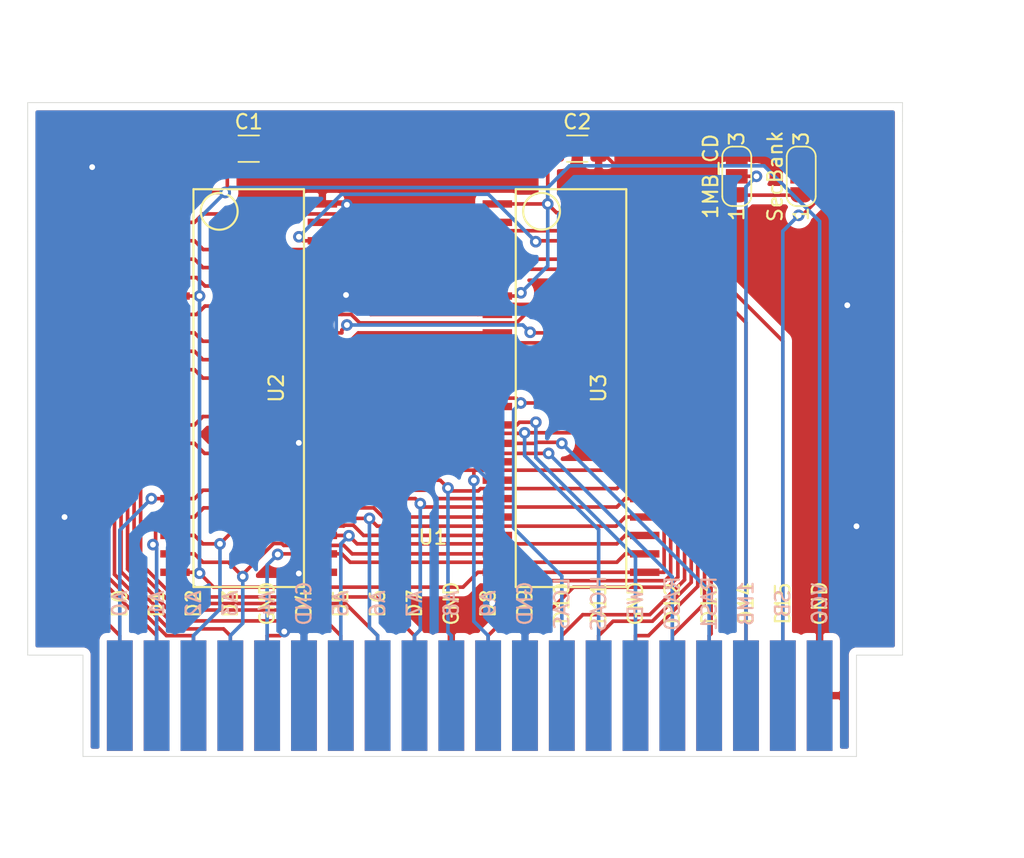
<source format=kicad_pcb>
(kicad_pcb (version 20171130) (host pcbnew 5.99.0+really5.1.10+dfsg1-1)

  (general
    (thickness 1.6)
    (drawings 55)
    (tracks 503)
    (zones 0)
    (modules 7)
    (nets 36)
  )

  (page A4)
  (layers
    (0 F.Cu signal)
    (31 B.Cu signal)
    (32 B.Adhes user)
    (33 F.Adhes user)
    (34 B.Paste user)
    (35 F.Paste user)
    (36 B.SilkS user)
    (37 F.SilkS user)
    (38 B.Mask user)
    (39 F.Mask user)
    (40 Dwgs.User user)
    (41 Cmts.User user)
    (42 Eco1.User user)
    (43 Eco2.User user)
    (44 Edge.Cuts user)
    (45 Margin user)
    (46 B.CrtYd user)
    (47 F.CrtYd user)
    (48 B.Fab user)
    (49 F.Fab user)
  )

  (setup
    (last_trace_width 0.25)
    (trace_clearance 0.2)
    (zone_clearance 0.508)
    (zone_45_only no)
    (trace_min 0.2)
    (via_size 0.8)
    (via_drill 0.4)
    (via_min_size 0.4)
    (via_min_drill 0.3)
    (uvia_size 0.3)
    (uvia_drill 0.1)
    (uvias_allowed no)
    (uvia_min_size 0.2)
    (uvia_min_drill 0.1)
    (edge_width 0.05)
    (segment_width 0.2)
    (pcb_text_width 0.3)
    (pcb_text_size 1.5 1.5)
    (mod_edge_width 0.12)
    (mod_text_size 1 1)
    (mod_text_width 0.15)
    (pad_size 1.524 1.524)
    (pad_drill 0.762)
    (pad_to_mask_clearance 0)
    (aux_axis_origin 0 0)
    (visible_elements FFFFFF7F)
    (pcbplotparams
      (layerselection 0x3ffff_ffffffff)
      (usegerberextensions false)
      (usegerberattributes true)
      (usegerberadvancedattributes true)
      (creategerberjobfile true)
      (excludeedgelayer true)
      (linewidth 0.100000)
      (plotframeref true)
      (viasonmask false)
      (mode 1)
      (useauxorigin false)
      (hpglpennumber 1)
      (hpglpenspeed 20)
      (hpglpendiameter 15.000000)
      (psnegative false)
      (psa4output false)
      (plotreference true)
      (plotvalue true)
      (plotinvisibletext false)
      (padsonsilk false)
      (subtractmaskfromsilk false)
      (outputformat 1)
      (mirror false)
      (drillshape 0)
      (scaleselection 1)
      (outputdirectory "ps1_gerber/"))
  )

  (net 0 "")
  (net 1 VCC)
  (net 2 GND)
  (net 3 "Net-(JP1-Pad2)")
  (net 4 "Net-(JP2-Pad2)")
  (net 5 /D0)
  (net 6 /D1)
  (net 7 /D2)
  (net 8 /D3)
  (net 9 /D4)
  (net 10 /D5)
  (net 11 /D6)
  (net 12 /D7)
  (net 13 /D8)
  (net 14 /D9)
  (net 15 /D10)
  (net 16 /D11)
  (net 17 /D12)
  (net 18 /D13)
  (net 19 /D14)
  (net 20 /D15)
  (net 21 /A0)
  (net 22 /A1)
  (net 23 /A2)
  (net 24 /A3)
  (net 25 /A4)
  (net 26 /A5)
  (net 27 /A6)
  (net 28 /A7)
  (net 29 /A8)
  (net 30 /A9)
  (net 31 /LCAS)
  (net 32 /UCAS)
  (net 33 /WE)
  (net 34 /RAS0)
  (net 35 /RAS1)

  (net_class Default "This is the default net class."
    (clearance 0.2)
    (trace_width 0.25)
    (via_dia 0.8)
    (via_drill 0.4)
    (uvia_dia 0.3)
    (uvia_drill 0.1)
    (add_net /A0)
    (add_net /A1)
    (add_net /A2)
    (add_net /A3)
    (add_net /A4)
    (add_net /A5)
    (add_net /A6)
    (add_net /A7)
    (add_net /A8)
    (add_net /A9)
    (add_net /D0)
    (add_net /D1)
    (add_net /D10)
    (add_net /D11)
    (add_net /D12)
    (add_net /D13)
    (add_net /D14)
    (add_net /D15)
    (add_net /D2)
    (add_net /D3)
    (add_net /D4)
    (add_net /D5)
    (add_net /D6)
    (add_net /D7)
    (add_net /D8)
    (add_net /D9)
    (add_net /LCAS)
    (add_net /RAS0)
    (add_net /RAS1)
    (add_net /UCAS)
    (add_net /WE)
    (add_net GND)
    (add_net "Net-(JP1-Pad2)")
    (add_net "Net-(JP2-Pad2)")
    (add_net VCC)
  )

  (module ram_ps1_2121:PS1_Expansion_Connector (layer F.Cu) (tedit 61B5F656) (tstamp 61B6F551)
    (at 49.53 105.025)
    (path /61B5D36C)
    (fp_text reference U1 (at 0 0.5) (layer F.SilkS)
      (effects (font (size 1 1) (thickness 0.15)))
    )
    (fp_text value PS1_RAM_Port (at 0 -0.5) (layer F.Fab)
      (effects (font (size 1 1) (thickness 0.15)))
    )
    (fp_line (start -24.13 3.81) (end -24.13 16.51) (layer Dwgs.User) (width 0.12))
    (fp_line (start -24.13 16.51) (end 20.32 16.51) (layer Dwgs.User) (width 0.12))
    (fp_line (start 20.32 16.51) (end 20.32 8.89) (layer Dwgs.User) (width 0.12))
    (fp_line (start 20.32 8.89) (end 20.32 16.51) (layer Dwgs.User) (width 0.12))
    (fp_line (start 20.32 16.51) (end 29.21 16.51) (layer Dwgs.User) (width 0.12))
    (fp_line (start 29.21 16.51) (end 29.21 2.54) (layer Dwgs.User) (width 0.12))
    (fp_line (start 29.21 2.54) (end -24.13 2.54) (layer Dwgs.User) (width 0.12))
    (fp_line (start -24.13 2.54) (end -24.13 3.81) (layer Dwgs.User) (width 0.12))
    (fp_text user D0 (at -21.59 5.08 90) (layer F.SilkS)
      (effects (font (size 1 1) (thickness 0.15)))
    )
    (fp_text user D1 (at -19.05 5.08 90) (layer F.SilkS)
      (effects (font (size 1 1) (thickness 0.15)))
    )
    (fp_text user D2 (at -16.51 5.08 90) (layer F.SilkS)
      (effects (font (size 1 1) (thickness 0.15)))
    )
    (fp_text user D3 (at -13.97 5.08 90) (layer F.SilkS)
      (effects (font (size 1 1) (thickness 0.15)))
    )
    (fp_text user GND (at -11.43 5.08 90) (layer F.SilkS)
      (effects (font (size 1 1) (thickness 0.15)))
    )
    (fp_text user D4 (at -8.89 5.08 90) (layer F.SilkS)
      (effects (font (size 1 1) (thickness 0.15)))
    )
    (fp_text user D5 (at -6.35 5.08 90) (layer F.SilkS)
      (effects (font (size 1 1) (thickness 0.15)))
    )
    (fp_text user D6 (at -3.81 5.08 90) (layer F.SilkS)
      (effects (font (size 1 1) (thickness 0.15)))
    )
    (fp_text user GND (at 1.27 5.08 90) (layer F.SilkS)
      (effects (font (size 1 1) (thickness 0.15)))
    )
    (fp_text user D7 (at -1.27 5.08 90) (layer F.SilkS)
      (effects (font (size 1 1) (thickness 0.15)))
    )
    (fp_text user D8 (at 3.81 5.08 90) (layer F.SilkS)
      (effects (font (size 1 1) (thickness 0.15)))
    )
    (fp_text user D9 (at 6.35 5.08 90) (layer F.SilkS)
      (effects (font (size 1 1) (thickness 0.15)))
    )
    (fp_text user D10 (at 8.89 5.08 90) (layer F.SilkS)
      (effects (font (size 1 1) (thickness 0.15)))
    )
    (fp_text user D11 (at 11.43 5.08 90) (layer F.SilkS)
      (effects (font (size 1 1) (thickness 0.15)))
    )
    (fp_text user GND (at 13.97 5.08 90) (layer F.SilkS)
      (effects (font (size 1 1) (thickness 0.15)))
    )
    (fp_text user D12 (at 16.51 5.08 90) (layer F.SilkS)
      (effects (font (size 1 1) (thickness 0.15)))
    )
    (fp_text user D13 (at 19.05 5.08 90) (layer F.SilkS)
      (effects (font (size 1 1) (thickness 0.15)))
    )
    (fp_text user D14 (at 21.59 5.08 90) (layer F.SilkS)
      (effects (font (size 1 1) (thickness 0.15)))
    )
    (fp_text user D15 (at 24.13 5.08 90) (layer F.SilkS)
      (effects (font (size 1 1) (thickness 0.15)))
    )
    (fp_text user GND (at 26.67 5.08 90) (layer F.SilkS)
      (effects (font (size 1 1) (thickness 0.15)))
    )
    (fp_text user A0 (at -21.59 5.08 -90) (layer B.SilkS)
      (effects (font (size 1 1) (thickness 0.15)) (justify mirror))
    )
    (fp_text user A1 (at -19.05 5.08 -90) (layer B.SilkS)
      (effects (font (size 1 1) (thickness 0.15)) (justify mirror))
    )
    (fp_text user A2 (at -16.51 5.08 -90) (layer B.SilkS)
      (effects (font (size 1 1) (thickness 0.15)) (justify mirror))
    )
    (fp_text user A3 (at -13.97 5.08 -90) (layer B.SilkS)
      (effects (font (size 1 1) (thickness 0.15)) (justify mirror))
    )
    (fp_text user A4 (at -11.43 5.08 -90) (layer B.SilkS)
      (effects (font (size 1 1) (thickness 0.15)) (justify mirror))
    )
    (fp_text user GND (at -8.89 5.08 -90) (layer B.SilkS)
      (effects (font (size 1 1) (thickness 0.15)) (justify mirror))
    )
    (fp_text user A5 (at -6.35 5.08 -90) (layer B.SilkS)
      (effects (font (size 1 1) (thickness 0.15)) (justify mirror))
    )
    (fp_text user A6 (at -3.81 5.08 -90) (layer B.SilkS)
      (effects (font (size 1 1) (thickness 0.15)) (justify mirror))
    )
    (fp_text user A7 (at -1.27 5.08 -90) (layer B.SilkS)
      (effects (font (size 1 1) (thickness 0.15)) (justify mirror))
    )
    (fp_text user A8 (at 1.27 5.08 -90) (layer B.SilkS)
      (effects (font (size 1 1) (thickness 0.15)) (justify mirror))
    )
    (fp_text user A9 (at 3.81 5.08 -90) (layer B.SilkS)
      (effects (font (size 1 1) (thickness 0.15)) (justify mirror))
    )
    (fp_text user GND (at 6.35 5.08 -90) (layer B.SilkS)
      (effects (font (size 1 1) (thickness 0.15)) (justify mirror))
    )
    (fp_text user LCAS (at 8.89 5.08 -90) (layer B.SilkS)
      (effects (font (size 1 1) (thickness 0.15)) (justify mirror))
    )
    (fp_text user HCAS (at 11.43 5.08 -90) (layer B.SilkS)
      (effects (font (size 1 1) (thickness 0.15)) (justify mirror))
    )
    (fp_text user WE (at 13.97 5.08 -90) (layer B.SilkS)
      (effects (font (size 1 1) (thickness 0.15)) (justify mirror))
    )
    (fp_text user RAS0 (at 16.51 5.08 -90) (layer B.SilkS)
      (effects (font (size 1 1) (thickness 0.15)) (justify mirror))
    )
    (fp_text user RAS1 (at 19.05 5.08 -90) (layer B.SilkS)
      (effects (font (size 1 1) (thickness 0.15)) (justify mirror))
    )
    (fp_text user 1MB (at 21.59 5.08 -90) (layer B.SilkS)
      (effects (font (size 1 1) (thickness 0.15)) (justify mirror))
    )
    (fp_text user SB (at 24.13 5.08 -90) (layer B.SilkS)
      (effects (font (size 1 1) (thickness 0.15)) (justify mirror))
    )
    (fp_text user VCC (at 26.67 5.08 -90) (layer B.SilkS)
      (effects (font (size 1 1) (thickness 0.15)) (justify mirror))
    )
    (pad 1 connect rect (at -21.59 11.43) (size 1.78 7.62) (layers F.Cu F.Mask)
      (net 5 /D0))
    (pad 2 connect rect (at -19.05 11.43) (size 1.78 7.62) (layers F.Cu F.Mask)
      (net 6 /D1))
    (pad 3 connect rect (at -16.51 11.43) (size 1.78 7.62) (layers F.Cu F.Mask)
      (net 7 /D2))
    (pad 4 connect rect (at -13.97 11.43) (size 1.78 7.62) (layers F.Cu F.Mask)
      (net 8 /D3))
    (pad 5 connect rect (at -11.43 11.43) (size 1.78 7.62) (layers F.Cu F.Mask)
      (net 2 GND))
    (pad 6 connect rect (at -8.89 11.43) (size 1.78 7.62) (layers F.Cu F.Mask)
      (net 9 /D4))
    (pad 7 connect rect (at -6.35 11.43) (size 1.78 7.62) (layers F.Cu F.Mask)
      (net 10 /D5))
    (pad 8 connect rect (at -3.81 11.43) (size 1.78 7.62) (layers F.Cu F.Mask)
      (net 11 /D6))
    (pad 9 connect rect (at -1.27 11.43) (size 1.78 7.62) (layers F.Cu F.Mask)
      (net 12 /D7))
    (pad 10 connect rect (at 1.27 11.43) (size 1.78 7.62) (layers F.Cu F.Mask)
      (net 2 GND))
    (pad 11 connect rect (at 3.81 11.43) (size 1.78 7.62) (layers F.Cu F.Mask)
      (net 13 /D8))
    (pad 12 connect rect (at 6.35 11.43) (size 1.78 7.62) (layers F.Cu F.Mask)
      (net 14 /D9))
    (pad 13 connect rect (at 8.89 11.43) (size 1.78 7.62) (layers F.Cu F.Mask)
      (net 15 /D10))
    (pad 14 connect rect (at 11.43 11.43) (size 1.78 7.62) (layers F.Cu F.Mask)
      (net 16 /D11))
    (pad 15 connect rect (at 13.97 11.43) (size 1.78 7.62) (layers F.Cu F.Mask)
      (net 2 GND))
    (pad 16 connect rect (at 16.51 11.43) (size 1.78 7.62) (layers F.Cu F.Mask)
      (net 17 /D12))
    (pad 17 connect rect (at 19.05 11.43) (size 1.78 7.62) (layers F.Cu F.Mask)
      (net 18 /D13))
    (pad 18 connect rect (at 21.59 11.43) (size 1.78 7.62) (layers F.Cu F.Mask)
      (net 19 /D14))
    (pad 19 connect rect (at 24.13 11.43) (size 1.78 7.62) (layers F.Cu F.Mask)
      (net 20 /D15))
    (pad 20 connect rect (at 26.67 11.43) (size 1.78 7.62) (layers F.Cu F.Mask)
      (net 2 GND))
    (pad 21 connect rect (at 26.67 11.43) (size 1.78 7.62) (layers B.Cu B.Mask)
      (net 1 VCC))
    (pad 22 connect rect (at 24.13 11.43) (size 1.78 7.62) (layers B.Cu B.Mask)
      (net 3 "Net-(JP1-Pad2)"))
    (pad 40 connect rect (at -21.59 11.43) (size 1.78 7.62) (layers B.Cu B.Mask)
      (net 21 /A0))
    (pad 39 connect rect (at -19.05 11.43) (size 1.78 7.62) (layers B.Cu B.Mask)
      (net 22 /A1))
    (pad 38 connect rect (at -16.51 11.43) (size 1.78 7.62) (layers B.Cu B.Mask)
      (net 23 /A2))
    (pad 37 connect rect (at -13.97 11.43) (size 1.78 7.62) (layers B.Cu B.Mask)
      (net 24 /A3))
    (pad 36 connect rect (at -11.43 11.43) (size 1.78 7.62) (layers B.Cu B.Mask)
      (net 25 /A4))
    (pad 35 connect rect (at -8.89 11.43) (size 1.78 7.62) (layers B.Cu B.Mask)
      (net 2 GND))
    (pad 34 connect rect (at -6.35 11.43) (size 1.78 7.62) (layers B.Cu B.Mask)
      (net 26 /A5))
    (pad 33 connect rect (at -3.81 11.43) (size 1.78 7.62) (layers B.Cu B.Mask)
      (net 27 /A6))
    (pad 32 connect rect (at -1.27 11.43) (size 1.78 7.62) (layers B.Cu B.Mask)
      (net 28 /A7))
    (pad 31 connect rect (at 1.27 11.43) (size 1.78 7.62) (layers B.Cu B.Mask)
      (net 29 /A8))
    (pad 30 connect rect (at 3.81 11.43) (size 1.78 7.62) (layers B.Cu B.Mask)
      (net 30 /A9))
    (pad 29 connect rect (at 6.35 11.43) (size 1.78 7.62) (layers B.Cu B.Mask)
      (net 2 GND))
    (pad 28 connect rect (at 8.89 11.43) (size 1.78 7.62) (layers B.Cu B.Mask)
      (net 31 /LCAS))
    (pad 27 connect rect (at 11.43 11.43) (size 1.78 7.62) (layers B.Cu B.Mask)
      (net 32 /UCAS))
    (pad 26 connect rect (at 13.97 11.43) (size 1.78 7.62) (layers B.Cu B.Mask)
      (net 33 /WE))
    (pad 25 connect rect (at 16.51 11.43) (size 1.78 7.62) (layers B.Cu B.Mask)
      (net 34 /RAS0))
    (pad 24 connect rect (at 19.05 11.43) (size 1.78 7.62) (layers B.Cu B.Mask)
      (net 35 /RAS1))
    (pad 23 connect rect (at 21.59 11.43) (size 1.78 7.62) (layers B.Cu B.Mask)
      (net 4 "Net-(JP2-Pad2)"))
  )

  (module RAM_PS1_2121:SOJ-42 (layer F.Cu) (tedit 0) (tstamp 61B622C9)
    (at 36.83 95.25 270)
    (descr "Module CMS SOJ 42 pins")
    (tags "CMS SOJ")
    (path /61B5BD0D)
    (attr smd)
    (fp_text reference U2 (at 0 -1.905 90) (layer F.SilkS)
      (effects (font (size 1 1) (thickness 0.15)))
    )
    (fp_text value IC41C16100S (at 0 1.905 90) (layer F.Fab)
      (effects (font (size 1 1) (thickness 0.15)))
    )
    (fp_circle (center -12.192 2.032) (end -12.192 0.762) (layer F.SilkS) (width 0.15))
    (fp_line (start 13.716 3.81) (end 13.716 -3.81) (layer F.SilkS) (width 0.15))
    (fp_line (start -13.716 3.81) (end -13.716 -3.81) (layer F.SilkS) (width 0.15))
    (fp_line (start 13.716 3.81) (end -13.716 3.81) (layer F.SilkS) (width 0.15))
    (fp_line (start -13.716 -3.81) (end 13.716 -3.81) (layer F.SilkS) (width 0.15))
    (pad 32 smd rect (at 0 -5.08 270) (size 0.508 2.032) (layers F.Cu F.Paste F.Mask))
    (pad 11 smd rect (at 0 5.08 270) (size 0.508 2.032) (layers F.Cu F.Paste F.Mask))
    (pad 33 smd rect (at -1.27 -5.08 270) (size 0.508 2.032) (layers F.Cu F.Paste F.Mask)
      (net 13 /D8))
    (pad 34 smd rect (at -2.54 -5.08 270) (size 0.508 2.032) (layers F.Cu F.Paste F.Mask)
      (net 14 /D9))
    (pad 35 smd rect (at -3.81 -5.08 270) (size 0.508 2.032) (layers F.Cu F.Paste F.Mask)
      (net 15 /D10))
    (pad 36 smd rect (at -5.08 -5.08 270) (size 0.508 2.032) (layers F.Cu F.Paste F.Mask)
      (net 16 /D11))
    (pad 37 smd rect (at -6.35 -5.08 270) (size 0.508 2.032) (layers F.Cu F.Paste F.Mask)
      (net 2 GND))
    (pad 38 smd rect (at -7.62 -5.08 270) (size 0.508 2.032) (layers F.Cu F.Paste F.Mask)
      (net 17 /D12))
    (pad 39 smd rect (at -8.89 -5.08 270) (size 0.508 2.032) (layers F.Cu F.Paste F.Mask)
      (net 18 /D13))
    (pad 40 smd rect (at -10.16 -5.08 270) (size 0.508 2.032) (layers F.Cu F.Paste F.Mask)
      (net 19 /D14))
    (pad 41 smd rect (at -11.43 -5.08 270) (size 0.508 2.032) (layers F.Cu F.Paste F.Mask)
      (net 20 /D15))
    (pad 42 smd rect (at -12.7 -5.08 270) (size 0.508 2.032) (layers F.Cu F.Paste F.Mask)
      (net 2 GND))
    (pad 10 smd rect (at -1.27 5.08 270) (size 0.508 2.032) (layers F.Cu F.Paste F.Mask)
      (net 12 /D7))
    (pad 9 smd rect (at -2.54 5.08 270) (size 0.508 2.032) (layers F.Cu F.Paste F.Mask)
      (net 11 /D6))
    (pad 8 smd rect (at -3.81 5.08 270) (size 0.508 2.032) (layers F.Cu F.Paste F.Mask)
      (net 10 /D5))
    (pad 7 smd rect (at -5.08 5.08 270) (size 0.508 2.032) (layers F.Cu F.Paste F.Mask)
      (net 9 /D4))
    (pad 6 smd rect (at -6.35 5.08 270) (size 0.508 2.032) (layers F.Cu F.Paste F.Mask)
      (net 1 VCC))
    (pad 5 smd rect (at -7.62 5.08 270) (size 0.508 2.032) (layers F.Cu F.Paste F.Mask)
      (net 8 /D3))
    (pad 4 smd rect (at -8.89 5.08 270) (size 0.508 2.032) (layers F.Cu F.Paste F.Mask)
      (net 7 /D2))
    (pad 3 smd rect (at -10.16 5.08 270) (size 0.508 2.032) (layers F.Cu F.Paste F.Mask)
      (net 6 /D1))
    (pad 2 smd rect (at -11.43 5.08 270) (size 0.508 2.032) (layers F.Cu F.Paste F.Mask)
      (net 5 /D0))
    (pad 1 smd rect (at -12.7 5.08 270) (size 0.508 2.032) (layers F.Cu F.Paste F.Mask)
      (net 1 VCC))
    (pad 31 smd rect (at 1.27 -5.08 270) (size 0.508 2.032) (layers F.Cu F.Paste F.Mask)
      (net 31 /LCAS))
    (pad 30 smd rect (at 2.54 -5.08 270) (size 0.508 2.032) (layers F.Cu F.Paste F.Mask)
      (net 32 /UCAS))
    (pad 29 smd rect (at 3.81 -5.08 270) (size 0.508 2.032) (layers F.Cu F.Paste F.Mask)
      (net 2 GND))
    (pad 28 smd rect (at 5.08 -5.08 270) (size 0.508 2.032) (layers F.Cu F.Paste F.Mask)
      (net 30 /A9))
    (pad 27 smd rect (at 6.35 -5.08 270) (size 0.508 2.032) (layers F.Cu F.Paste F.Mask)
      (net 29 /A8))
    (pad 26 smd rect (at 7.62 -5.08 270) (size 0.508 2.032) (layers F.Cu F.Paste F.Mask)
      (net 28 /A7))
    (pad 25 smd rect (at 8.89 -5.08 270) (size 0.508 2.032) (layers F.Cu F.Paste F.Mask)
      (net 27 /A6))
    (pad 24 smd rect (at 10.16 -5.08 270) (size 0.508 2.032) (layers F.Cu F.Paste F.Mask)
      (net 26 /A5))
    (pad 23 smd rect (at 11.43 -5.08 270) (size 0.508 2.032) (layers F.Cu F.Paste F.Mask)
      (net 25 /A4))
    (pad 22 smd rect (at 12.7 -5.08 270) (size 0.508 2.032) (layers F.Cu F.Paste F.Mask)
      (net 2 GND))
    (pad 12 smd rect (at 1.27 5.08 270) (size 0.508 2.032) (layers F.Cu F.Paste F.Mask))
    (pad 13 smd rect (at 2.54 5.08 270) (size 0.508 2.032) (layers F.Cu F.Paste F.Mask)
      (net 33 /WE))
    (pad 14 smd rect (at 3.81 5.08 270) (size 0.508 2.032) (layers F.Cu F.Paste F.Mask)
      (net 34 /RAS0))
    (pad 15 smd rect (at 5.08 5.08 270) (size 0.508 2.032) (layers F.Cu F.Paste F.Mask))
    (pad 16 smd rect (at 6.35 5.08 270) (size 0.508 2.032) (layers F.Cu F.Paste F.Mask))
    (pad 17 smd rect (at 7.62 5.08 270) (size 0.508 2.032) (layers F.Cu F.Paste F.Mask)
      (net 21 /A0))
    (pad 18 smd rect (at 8.89 5.08 270) (size 0.508 2.032) (layers F.Cu F.Paste F.Mask)
      (net 22 /A1))
    (pad 19 smd rect (at 10.16 5.08 270) (size 0.508 2.032) (layers F.Cu F.Paste F.Mask)
      (net 23 /A2))
    (pad 20 smd rect (at 11.43 5.08 270) (size 0.508 2.032) (layers F.Cu F.Paste F.Mask)
      (net 24 /A3))
    (pad 21 smd rect (at 12.7 5.08 270) (size 0.508 2.032) (layers F.Cu F.Paste F.Mask)
      (net 1 VCC))
    (model SMD_Packages.3dshapes/SOJ-42.wrl
      (at (xyz 0 0 0))
      (scale (xyz 0.5 0.6 0.5))
      (rotate (xyz 0 0 0))
    )
  )

  (module Capacitor_SMD:C_1206_3216Metric (layer F.Cu) (tedit 5F68FEEE) (tstamp 61B639FC)
    (at 36.83 78.74)
    (descr "Capacitor SMD 1206 (3216 Metric), square (rectangular) end terminal, IPC_7351 nominal, (Body size source: IPC-SM-782 page 76, https://www.pcb-3d.com/wordpress/wp-content/uploads/ipc-sm-782a_amendment_1_and_2.pdf), generated with kicad-footprint-generator")
    (tags capacitor)
    (path /61C4943F)
    (attr smd)
    (fp_text reference C1 (at 0 -1.85) (layer F.SilkS)
      (effects (font (size 1 1) (thickness 0.15)))
    )
    (fp_text value 100N (at 0 1.85) (layer F.Fab)
      (effects (font (size 1 1) (thickness 0.15)))
    )
    (fp_line (start -1.6 0.8) (end -1.6 -0.8) (layer F.Fab) (width 0.1))
    (fp_line (start -1.6 -0.8) (end 1.6 -0.8) (layer F.Fab) (width 0.1))
    (fp_line (start 1.6 -0.8) (end 1.6 0.8) (layer F.Fab) (width 0.1))
    (fp_line (start 1.6 0.8) (end -1.6 0.8) (layer F.Fab) (width 0.1))
    (fp_line (start -0.711252 -0.91) (end 0.711252 -0.91) (layer F.SilkS) (width 0.12))
    (fp_line (start -0.711252 0.91) (end 0.711252 0.91) (layer F.SilkS) (width 0.12))
    (fp_line (start -2.3 1.15) (end -2.3 -1.15) (layer F.CrtYd) (width 0.05))
    (fp_line (start -2.3 -1.15) (end 2.3 -1.15) (layer F.CrtYd) (width 0.05))
    (fp_line (start 2.3 -1.15) (end 2.3 1.15) (layer F.CrtYd) (width 0.05))
    (fp_line (start 2.3 1.15) (end -2.3 1.15) (layer F.CrtYd) (width 0.05))
    (fp_text user %R (at 0 0) (layer F.Fab)
      (effects (font (size 0.8 0.8) (thickness 0.12)))
    )
    (pad 1 smd roundrect (at -1.475 0) (size 1.15 1.8) (layers F.Cu F.Paste F.Mask) (roundrect_rratio 0.2173904347826087)
      (net 1 VCC))
    (pad 2 smd roundrect (at 1.475 0) (size 1.15 1.8) (layers F.Cu F.Paste F.Mask) (roundrect_rratio 0.2173904347826087)
      (net 2 GND))
    (model ${KISYS3DMOD}/Capacitor_SMD.3dshapes/C_1206_3216Metric.wrl
      (at (xyz 0 0 0))
      (scale (xyz 1 1 1))
      (rotate (xyz 0 0 0))
    )
  )

  (module Capacitor_SMD:C_1206_3216Metric (layer F.Cu) (tedit 5F68FEEE) (tstamp 61B698E3)
    (at 59.485 78.74)
    (descr "Capacitor SMD 1206 (3216 Metric), square (rectangular) end terminal, IPC_7351 nominal, (Body size source: IPC-SM-782 page 76, https://www.pcb-3d.com/wordpress/wp-content/uploads/ipc-sm-782a_amendment_1_and_2.pdf), generated with kicad-footprint-generator")
    (tags capacitor)
    (path /61C4A009)
    (attr smd)
    (fp_text reference C2 (at 0 -1.85) (layer F.SilkS)
      (effects (font (size 1 1) (thickness 0.15)))
    )
    (fp_text value 100N (at 0 1.85) (layer F.Fab)
      (effects (font (size 1 1) (thickness 0.15)))
    )
    (fp_line (start 2.3 1.15) (end -2.3 1.15) (layer F.CrtYd) (width 0.05))
    (fp_line (start 2.3 -1.15) (end 2.3 1.15) (layer F.CrtYd) (width 0.05))
    (fp_line (start -2.3 -1.15) (end 2.3 -1.15) (layer F.CrtYd) (width 0.05))
    (fp_line (start -2.3 1.15) (end -2.3 -1.15) (layer F.CrtYd) (width 0.05))
    (fp_line (start -0.711252 0.91) (end 0.711252 0.91) (layer F.SilkS) (width 0.12))
    (fp_line (start -0.711252 -0.91) (end 0.711252 -0.91) (layer F.SilkS) (width 0.12))
    (fp_line (start 1.6 0.8) (end -1.6 0.8) (layer F.Fab) (width 0.1))
    (fp_line (start 1.6 -0.8) (end 1.6 0.8) (layer F.Fab) (width 0.1))
    (fp_line (start -1.6 -0.8) (end 1.6 -0.8) (layer F.Fab) (width 0.1))
    (fp_line (start -1.6 0.8) (end -1.6 -0.8) (layer F.Fab) (width 0.1))
    (fp_text user %R (at 0 0) (layer F.Fab)
      (effects (font (size 0.8 0.8) (thickness 0.12)))
    )
    (pad 2 smd roundrect (at 1.475 0) (size 1.15 1.8) (layers F.Cu F.Paste F.Mask) (roundrect_rratio 0.2173904347826087)
      (net 2 GND))
    (pad 1 smd roundrect (at -1.475 0) (size 1.15 1.8) (layers F.Cu F.Paste F.Mask) (roundrect_rratio 0.2173904347826087)
      (net 1 VCC))
    (model ${KISYS3DMOD}/Capacitor_SMD.3dshapes/C_1206_3216Metric.wrl
      (at (xyz 0 0 0))
      (scale (xyz 1 1 1))
      (rotate (xyz 0 0 0))
    )
  )

  (module Jumper:SolderJumper-3_P1.3mm_Open_RoundedPad1.0x1.5mm_NumberLabels (layer F.Cu) (tedit 5B391ED1) (tstamp 61B6186D)
    (at 74.93 80.645 90)
    (descr "SMD Solder 3-pad Jumper, 1x1.5mm rounded Pads, 0.3mm gap, open, labeled with numbers")
    (tags "solder jumper open")
    (path /61CCCE6A)
    (attr virtual)
    (fp_text reference SecBank (at 0 -1.8 90) (layer F.SilkS)
      (effects (font (size 1 1) (thickness 0.15)))
    )
    (fp_text value SolderJumper_3_Open (at 0 1.9 90) (layer F.Fab)
      (effects (font (size 1 1) (thickness 0.15)))
    )
    (fp_line (start 2.3 1.25) (end -2.3 1.25) (layer F.CrtYd) (width 0.05))
    (fp_line (start 2.3 1.25) (end 2.3 -1.25) (layer F.CrtYd) (width 0.05))
    (fp_line (start -2.3 -1.25) (end -2.3 1.25) (layer F.CrtYd) (width 0.05))
    (fp_line (start -2.3 -1.25) (end 2.3 -1.25) (layer F.CrtYd) (width 0.05))
    (fp_line (start -1.4 -1) (end 1.4 -1) (layer F.SilkS) (width 0.12))
    (fp_line (start 2.05 -0.3) (end 2.05 0.3) (layer F.SilkS) (width 0.12))
    (fp_line (start 1.4 1) (end -1.4 1) (layer F.SilkS) (width 0.12))
    (fp_line (start -2.05 0.3) (end -2.05 -0.3) (layer F.SilkS) (width 0.12))
    (fp_arc (start -1.35 -0.3) (end -1.35 -1) (angle -90) (layer F.SilkS) (width 0.12))
    (fp_arc (start -1.35 0.3) (end -2.05 0.3) (angle -90) (layer F.SilkS) (width 0.12))
    (fp_arc (start 1.35 0.3) (end 1.35 1) (angle -90) (layer F.SilkS) (width 0.12))
    (fp_arc (start 1.35 -0.3) (end 2.05 -0.3) (angle -90) (layer F.SilkS) (width 0.12))
    (fp_text user 1 (at -2.6 0 90) (layer F.SilkS)
      (effects (font (size 1 1) (thickness 0.15)))
    )
    (fp_text user 3 (at 2.6 0 90) (layer F.SilkS)
      (effects (font (size 1 1) (thickness 0.15)))
    )
    (pad 2 smd rect (at 0 0 90) (size 1 1.5) (layers F.Cu F.Mask)
      (net 3 "Net-(JP1-Pad2)"))
    (pad 3 smd custom (at 1.3 0 90) (size 1 0.5) (layers F.Cu F.Mask)
      (net 2 GND) (zone_connect 2)
      (options (clearance outline) (anchor rect))
      (primitives
        (gr_circle (center 0 0.25) (end 0.5 0.25) (width 0))
        (gr_circle (center 0 -0.25) (end 0.5 -0.25) (width 0))
        (gr_poly (pts
           (xy -0.55 -0.75) (xy 0 -0.75) (xy 0 0.75) (xy -0.55 0.75)) (width 0))
      ))
    (pad 1 smd custom (at -1.3 0 90) (size 1 0.5) (layers F.Cu F.Mask)
      (net 1 VCC) (zone_connect 2)
      (options (clearance outline) (anchor rect))
      (primitives
        (gr_circle (center 0 0.25) (end 0.5 0.25) (width 0))
        (gr_circle (center 0 -0.25) (end 0.5 -0.25) (width 0))
        (gr_poly (pts
           (xy 0.55 -0.75) (xy 0 -0.75) (xy 0 0.75) (xy 0.55 0.75)) (width 0))
      ))
  )

  (module Jumper:SolderJumper-3_P1.3mm_Open_RoundedPad1.0x1.5mm_NumberLabels (layer F.Cu) (tedit 5B391ED1) (tstamp 61B61F7D)
    (at 70.485 80.645 90)
    (descr "SMD Solder 3-pad Jumper, 1x1.5mm rounded Pads, 0.3mm gap, open, labeled with numbers")
    (tags "solder jumper open")
    (path /61CC9657)
    (attr virtual)
    (fp_text reference 1MB_CD (at 0 -1.8 90) (layer F.SilkS)
      (effects (font (size 1 1) (thickness 0.15)))
    )
    (fp_text value SolderJumper_3_Open (at 0 1.9 90) (layer F.Fab)
      (effects (font (size 1 1) (thickness 0.15)))
    )
    (fp_line (start -2.05 0.3) (end -2.05 -0.3) (layer F.SilkS) (width 0.12))
    (fp_line (start 1.4 1) (end -1.4 1) (layer F.SilkS) (width 0.12))
    (fp_line (start 2.05 -0.3) (end 2.05 0.3) (layer F.SilkS) (width 0.12))
    (fp_line (start -1.4 -1) (end 1.4 -1) (layer F.SilkS) (width 0.12))
    (fp_line (start -2.3 -1.25) (end 2.3 -1.25) (layer F.CrtYd) (width 0.05))
    (fp_line (start -2.3 -1.25) (end -2.3 1.25) (layer F.CrtYd) (width 0.05))
    (fp_line (start 2.3 1.25) (end 2.3 -1.25) (layer F.CrtYd) (width 0.05))
    (fp_line (start 2.3 1.25) (end -2.3 1.25) (layer F.CrtYd) (width 0.05))
    (fp_text user 3 (at 2.6 0 90) (layer F.SilkS)
      (effects (font (size 1 1) (thickness 0.15)))
    )
    (fp_text user 1 (at -2.6 0 90) (layer F.SilkS)
      (effects (font (size 1 1) (thickness 0.15)))
    )
    (fp_arc (start 1.35 -0.3) (end 2.05 -0.3) (angle -90) (layer F.SilkS) (width 0.12))
    (fp_arc (start 1.35 0.3) (end 1.35 1) (angle -90) (layer F.SilkS) (width 0.12))
    (fp_arc (start -1.35 0.3) (end -2.05 0.3) (angle -90) (layer F.SilkS) (width 0.12))
    (fp_arc (start -1.35 -0.3) (end -1.35 -1) (angle -90) (layer F.SilkS) (width 0.12))
    (pad 1 smd custom (at -1.3 0 90) (size 1 0.5) (layers F.Cu F.Mask)
      (net 1 VCC) (zone_connect 2)
      (options (clearance outline) (anchor rect))
      (primitives
        (gr_circle (center 0 0.25) (end 0.5 0.25) (width 0))
        (gr_circle (center 0 -0.25) (end 0.5 -0.25) (width 0))
        (gr_poly (pts
           (xy 0.55 -0.75) (xy 0 -0.75) (xy 0 0.75) (xy 0.55 0.75)) (width 0))
      ))
    (pad 3 smd custom (at 1.3 0 90) (size 1 0.5) (layers F.Cu F.Mask)
      (net 2 GND) (zone_connect 2)
      (options (clearance outline) (anchor rect))
      (primitives
        (gr_circle (center 0 0.25) (end 0.5 0.25) (width 0))
        (gr_circle (center 0 -0.25) (end 0.5 -0.25) (width 0))
        (gr_poly (pts
           (xy -0.55 -0.75) (xy 0 -0.75) (xy 0 0.75) (xy -0.55 0.75)) (width 0))
      ))
    (pad 2 smd rect (at 0 0 90) (size 1 1.5) (layers F.Cu F.Mask)
      (net 4 "Net-(JP2-Pad2)"))
  )

  (module RAM_PS1_2121:SOJ-42 (layer F.Cu) (tedit 0) (tstamp 61B62233)
    (at 59.055 95.25 270)
    (descr "Module CMS SOJ 42 pins")
    (tags "CMS SOJ")
    (path /61BEA542)
    (attr smd)
    (fp_text reference U3 (at 0 -1.905 90) (layer F.SilkS)
      (effects (font (size 1 1) (thickness 0.15)))
    )
    (fp_text value IC41C16100S (at 0 1.905 90) (layer F.Fab)
      (effects (font (size 1 1) (thickness 0.15)))
    )
    (fp_line (start -13.716 -3.81) (end 13.716 -3.81) (layer F.SilkS) (width 0.15))
    (fp_line (start 13.716 3.81) (end -13.716 3.81) (layer F.SilkS) (width 0.15))
    (fp_line (start -13.716 3.81) (end -13.716 -3.81) (layer F.SilkS) (width 0.15))
    (fp_line (start 13.716 3.81) (end 13.716 -3.81) (layer F.SilkS) (width 0.15))
    (fp_circle (center -12.192 2.032) (end -12.192 0.762) (layer F.SilkS) (width 0.15))
    (pad 21 smd rect (at 12.7 5.08 270) (size 0.508 2.032) (layers F.Cu F.Paste F.Mask)
      (net 1 VCC))
    (pad 20 smd rect (at 11.43 5.08 270) (size 0.508 2.032) (layers F.Cu F.Paste F.Mask)
      (net 24 /A3))
    (pad 19 smd rect (at 10.16 5.08 270) (size 0.508 2.032) (layers F.Cu F.Paste F.Mask)
      (net 23 /A2))
    (pad 18 smd rect (at 8.89 5.08 270) (size 0.508 2.032) (layers F.Cu F.Paste F.Mask)
      (net 22 /A1))
    (pad 17 smd rect (at 7.62 5.08 270) (size 0.508 2.032) (layers F.Cu F.Paste F.Mask)
      (net 21 /A0))
    (pad 16 smd rect (at 6.35 5.08 270) (size 0.508 2.032) (layers F.Cu F.Paste F.Mask))
    (pad 15 smd rect (at 5.08 5.08 270) (size 0.508 2.032) (layers F.Cu F.Paste F.Mask))
    (pad 14 smd rect (at 3.81 5.08 270) (size 0.508 2.032) (layers F.Cu F.Paste F.Mask)
      (net 35 /RAS1))
    (pad 13 smd rect (at 2.54 5.08 270) (size 0.508 2.032) (layers F.Cu F.Paste F.Mask)
      (net 33 /WE))
    (pad 12 smd rect (at 1.27 5.08 270) (size 0.508 2.032) (layers F.Cu F.Paste F.Mask))
    (pad 22 smd rect (at 12.7 -5.08 270) (size 0.508 2.032) (layers F.Cu F.Paste F.Mask)
      (net 2 GND))
    (pad 23 smd rect (at 11.43 -5.08 270) (size 0.508 2.032) (layers F.Cu F.Paste F.Mask)
      (net 25 /A4))
    (pad 24 smd rect (at 10.16 -5.08 270) (size 0.508 2.032) (layers F.Cu F.Paste F.Mask)
      (net 26 /A5))
    (pad 25 smd rect (at 8.89 -5.08 270) (size 0.508 2.032) (layers F.Cu F.Paste F.Mask)
      (net 27 /A6))
    (pad 26 smd rect (at 7.62 -5.08 270) (size 0.508 2.032) (layers F.Cu F.Paste F.Mask)
      (net 28 /A7))
    (pad 27 smd rect (at 6.35 -5.08 270) (size 0.508 2.032) (layers F.Cu F.Paste F.Mask)
      (net 29 /A8))
    (pad 28 smd rect (at 5.08 -5.08 270) (size 0.508 2.032) (layers F.Cu F.Paste F.Mask)
      (net 30 /A9))
    (pad 29 smd rect (at 3.81 -5.08 270) (size 0.508 2.032) (layers F.Cu F.Paste F.Mask)
      (net 2 GND))
    (pad 30 smd rect (at 2.54 -5.08 270) (size 0.508 2.032) (layers F.Cu F.Paste F.Mask)
      (net 32 /UCAS))
    (pad 31 smd rect (at 1.27 -5.08 270) (size 0.508 2.032) (layers F.Cu F.Paste F.Mask)
      (net 31 /LCAS))
    (pad 1 smd rect (at -12.7 5.08 270) (size 0.508 2.032) (layers F.Cu F.Paste F.Mask)
      (net 1 VCC))
    (pad 2 smd rect (at -11.43 5.08 270) (size 0.508 2.032) (layers F.Cu F.Paste F.Mask)
      (net 5 /D0))
    (pad 3 smd rect (at -10.16 5.08 270) (size 0.508 2.032) (layers F.Cu F.Paste F.Mask)
      (net 6 /D1))
    (pad 4 smd rect (at -8.89 5.08 270) (size 0.508 2.032) (layers F.Cu F.Paste F.Mask)
      (net 7 /D2))
    (pad 5 smd rect (at -7.62 5.08 270) (size 0.508 2.032) (layers F.Cu F.Paste F.Mask)
      (net 8 /D3))
    (pad 6 smd rect (at -6.35 5.08 270) (size 0.508 2.032) (layers F.Cu F.Paste F.Mask)
      (net 1 VCC))
    (pad 7 smd rect (at -5.08 5.08 270) (size 0.508 2.032) (layers F.Cu F.Paste F.Mask)
      (net 9 /D4))
    (pad 8 smd rect (at -3.81 5.08 270) (size 0.508 2.032) (layers F.Cu F.Paste F.Mask)
      (net 10 /D5))
    (pad 9 smd rect (at -2.54 5.08 270) (size 0.508 2.032) (layers F.Cu F.Paste F.Mask)
      (net 11 /D6))
    (pad 10 smd rect (at -1.27 5.08 270) (size 0.508 2.032) (layers F.Cu F.Paste F.Mask)
      (net 12 /D7))
    (pad 42 smd rect (at -12.7 -5.08 270) (size 0.508 2.032) (layers F.Cu F.Paste F.Mask)
      (net 2 GND))
    (pad 41 smd rect (at -11.43 -5.08 270) (size 0.508 2.032) (layers F.Cu F.Paste F.Mask)
      (net 20 /D15))
    (pad 40 smd rect (at -10.16 -5.08 270) (size 0.508 2.032) (layers F.Cu F.Paste F.Mask)
      (net 19 /D14))
    (pad 39 smd rect (at -8.89 -5.08 270) (size 0.508 2.032) (layers F.Cu F.Paste F.Mask)
      (net 18 /D13))
    (pad 38 smd rect (at -7.62 -5.08 270) (size 0.508 2.032) (layers F.Cu F.Paste F.Mask)
      (net 17 /D12))
    (pad 37 smd rect (at -6.35 -5.08 270) (size 0.508 2.032) (layers F.Cu F.Paste F.Mask)
      (net 2 GND))
    (pad 36 smd rect (at -5.08 -5.08 270) (size 0.508 2.032) (layers F.Cu F.Paste F.Mask)
      (net 16 /D11))
    (pad 35 smd rect (at -3.81 -5.08 270) (size 0.508 2.032) (layers F.Cu F.Paste F.Mask)
      (net 15 /D10))
    (pad 34 smd rect (at -2.54 -5.08 270) (size 0.508 2.032) (layers F.Cu F.Paste F.Mask)
      (net 14 /D9))
    (pad 33 smd rect (at -1.27 -5.08 270) (size 0.508 2.032) (layers F.Cu F.Paste F.Mask)
      (net 13 /D8))
    (pad 11 smd rect (at 0 5.08 270) (size 0.508 2.032) (layers F.Cu F.Paste F.Mask))
    (pad 32 smd rect (at 0 -5.08 270) (size 0.508 2.032) (layers F.Cu F.Paste F.Mask))
    (model SMD_Packages.3dshapes/SOJ-42.wrl
      (at (xyz 0 0 0))
      (scale (xyz 0.5 0.6 0.5))
      (rotate (xyz 0 0 0))
    )
  )

  (dimension 6.985 (width 0.15) (layer Dwgs.User)
    (gr_text "6,985 mm" (at 88.93 117.1575 270) (layer Dwgs.User)
      (effects (font (size 1 1) (thickness 0.15)))
    )
    (feature1 (pts (xy 85.09 120.65) (xy 88.216421 120.65)))
    (feature2 (pts (xy 85.09 113.665) (xy 88.216421 113.665)))
    (crossbar (pts (xy 87.63 113.665) (xy 87.63 120.65)))
    (arrow1a (pts (xy 87.63 120.65) (xy 87.043579 119.523496)))
    (arrow1b (pts (xy 87.63 120.65) (xy 88.216421 119.523496)))
    (arrow2a (pts (xy 87.63 113.665) (xy 87.043579 114.791504)))
    (arrow2b (pts (xy 87.63 113.665) (xy 88.216421 114.791504)))
  )
  (dimension 3.175 (width 0.15) (layer Dwgs.User)
    (gr_text "3,175 mm" (at 80.3275 128.3) (layer Dwgs.User)
      (effects (font (size 1 1) (thickness 0.15)))
    )
    (feature1 (pts (xy 81.915 123.19) (xy 81.915 127.586421)))
    (feature2 (pts (xy 78.74 123.19) (xy 78.74 127.586421)))
    (crossbar (pts (xy 78.74 127) (xy 81.915 127)))
    (arrow1a (pts (xy 81.915 127) (xy 80.788496 127.586421)))
    (arrow1b (pts (xy 81.915 127) (xy 80.788496 126.413579)))
    (arrow2a (pts (xy 78.74 127) (xy 79.866504 127.586421)))
    (arrow2b (pts (xy 78.74 127) (xy 79.866504 126.413579)))
  )
  (dimension 3.81 (width 0.15) (layer Dwgs.User)
    (gr_text "3,810 mm" (at 23.495 128.3) (layer Dwgs.User)
      (effects (font (size 1 1) (thickness 0.15)))
    )
    (feature1 (pts (xy 25.4 123.19) (xy 25.4 127.586421)))
    (feature2 (pts (xy 21.59 123.19) (xy 21.59 127.586421)))
    (crossbar (pts (xy 21.59 127) (xy 25.4 127)))
    (arrow1a (pts (xy 25.4 127) (xy 24.273496 127.586421)))
    (arrow1b (pts (xy 25.4 127) (xy 24.273496 126.413579)))
    (arrow2a (pts (xy 21.59 127) (xy 22.716504 127.586421)))
    (arrow2b (pts (xy 21.59 127) (xy 22.716504 126.413579)))
  )
  (dimension 53.34 (width 0.15) (layer Dwgs.User)
    (gr_text "53,340 mm" (at 52.07 128.3) (layer Dwgs.User)
      (effects (font (size 1 1) (thickness 0.15)))
    )
    (feature1 (pts (xy 78.74 123.19) (xy 78.74 127.586421)))
    (feature2 (pts (xy 25.4 123.19) (xy 25.4 127.586421)))
    (crossbar (pts (xy 25.4 127) (xy 78.74 127)))
    (arrow1a (pts (xy 78.74 127) (xy 77.613496 127.586421)))
    (arrow1b (pts (xy 78.74 127) (xy 77.613496 126.413579)))
    (arrow2a (pts (xy 25.4 127) (xy 26.526504 127.586421)))
    (arrow2b (pts (xy 25.4 127) (xy 26.526504 126.413579)))
  )
  (dimension 38.1 (width 0.15) (layer Dwgs.User)
    (gr_text "38,100 mm" (at 88.93 94.615 270) (layer Dwgs.User)
      (effects (font (size 1 1) (thickness 0.15)))
    )
    (feature1 (pts (xy 85.09 113.665) (xy 88.216421 113.665)))
    (feature2 (pts (xy 85.09 75.565) (xy 88.216421 75.565)))
    (crossbar (pts (xy 87.63 75.565) (xy 87.63 113.665)))
    (arrow1a (pts (xy 87.63 113.665) (xy 87.043579 112.538496)))
    (arrow1b (pts (xy 87.63 113.665) (xy 88.216421 112.538496)))
    (arrow2a (pts (xy 87.63 75.565) (xy 87.043579 76.691504)))
    (arrow2b (pts (xy 87.63 75.565) (xy 88.216421 76.691504)))
  )
  (dimension 60.325 (width 0.15) (layer Dwgs.User)
    (gr_text "60,325 mm" (at 51.7525 69.185) (layer Dwgs.User)
      (effects (font (size 1 1) (thickness 0.15)))
    )
    (feature1 (pts (xy 81.915 73.66) (xy 81.915 69.898579)))
    (feature2 (pts (xy 21.59 73.66) (xy 21.59 69.898579)))
    (crossbar (pts (xy 21.59 70.485) (xy 81.915 70.485)))
    (arrow1a (pts (xy 81.915 70.485) (xy 80.788496 71.071421)))
    (arrow1b (pts (xy 81.915 70.485) (xy 80.788496 69.898579)))
    (arrow2a (pts (xy 21.59 70.485) (xy 22.716504 71.071421)))
    (arrow2b (pts (xy 21.59 70.485) (xy 22.716504 69.898579)))
  )
  (gr_line (start 21.59 75.565) (end 21.59 76.835) (layer Edge.Cuts) (width 0.05) (tstamp 61B699EC))
  (gr_line (start 81.915 76.835) (end 81.915 75.565) (layer Edge.Cuts) (width 0.05) (tstamp 61B699EB))
  (gr_line (start 21.59 76.835) (end 21.59 75.565) (layer F.Mask) (width 0.15) (tstamp 61B699E5))
  (gr_line (start 81.915 76.835) (end 81.915 75.565) (layer F.Mask) (width 0.15) (tstamp 61B699E4))
  (gr_line (start 21.59 76.835) (end 21.59 75.565) (layer B.Mask) (width 0.15) (tstamp 61B699E1))
  (gr_line (start 81.915 76.835) (end 81.915 75.565) (layer B.Mask) (width 0.15) (tstamp 61B699E0))
  (gr_line (start 81.915 75.565) (end 81.915 76.835) (layer Dwgs.User) (width 0.15) (tstamp 61B699DD))
  (gr_line (start 21.59 75.565) (end 21.59 76.835) (layer Dwgs.User) (width 0.15) (tstamp 61B699DC))
  (gr_line (start 21.59 76.835) (end 21.59 84.455) (layer Edge.Cuts) (width 0.05) (tstamp 61B63C73))
  (gr_line (start 81.915 76.835) (end 81.915 84.455) (layer Edge.Cuts) (width 0.05) (tstamp 61B63C72))
  (gr_line (start 81.915 76.835) (end 81.915 84.455) (layer B.Mask) (width 0.15) (tstamp 61B63C71))
  (gr_line (start 21.59 76.835) (end 21.59 84.455) (layer B.Mask) (width 0.15) (tstamp 61B63C70))
  (gr_line (start 21.59 76.835) (end 21.59 84.455) (layer F.Mask) (width 0.15) (tstamp 61B63C6F))
  (gr_line (start 81.915 76.835) (end 81.915 84.455) (layer F.Mask) (width 0.15) (tstamp 61B63C6E))
  (gr_line (start 81.915 76.835) (end 81.915 84.455) (layer Dwgs.User) (width 0.15) (tstamp 61B63C6D))
  (gr_line (start 21.59 76.835) (end 21.59 84.455) (layer Dwgs.User) (width 0.15) (tstamp 61B63C6C))
  (gr_line (start 78.74 120.65) (end 78.74 113.665) (layer Edge.Cuts) (width 0.05) (tstamp 61B62E8C))
  (gr_line (start 25.4 120.65) (end 78.74 120.65) (layer Edge.Cuts) (width 0.05))
  (gr_line (start 25.4 113.665) (end 25.4 120.65) (layer Edge.Cuts) (width 0.05))
  (gr_line (start 21.59 113.665) (end 25.4 113.665) (layer Edge.Cuts) (width 0.05))
  (gr_line (start 21.59 84.455) (end 21.59 113.665) (layer Edge.Cuts) (width 0.05))
  (gr_line (start 81.915 75.565) (end 21.59 75.565) (layer Edge.Cuts) (width 0.05))
  (gr_line (start 81.915 113.665) (end 81.915 84.455) (layer Edge.Cuts) (width 0.05))
  (gr_line (start 78.74 113.665) (end 81.915 113.665) (layer Edge.Cuts) (width 0.05))
  (gr_line (start 21.59 84.455) (end 21.59 113.665) (layer F.Mask) (width 0.15) (tstamp 61B62E8B))
  (gr_line (start 81.915 75.565) (end 21.59 75.565) (layer F.Mask) (width 0.15))
  (gr_line (start 81.915 113.665) (end 81.915 84.455) (layer F.Mask) (width 0.15))
  (gr_line (start 21.59 84.455) (end 21.59 113.665) (layer B.Mask) (width 0.15) (tstamp 61B62E8A))
  (gr_line (start 81.915 75.565) (end 21.59 75.565) (layer B.Mask) (width 0.15))
  (gr_line (start 81.915 113.665) (end 81.915 84.455) (layer B.Mask) (width 0.15))
  (gr_line (start 81.915 84.455) (end 81.915 113.665) (layer Dwgs.User) (width 0.15) (tstamp 61B62E89))
  (gr_line (start 21.59 84.455) (end 21.59 113.665) (layer Dwgs.User) (width 0.15) (tstamp 61B62E85))
  (gr_line (start 21.59 75.565) (end 81.915 75.565) (layer Dwgs.User) (width 0.15))
  (gr_line (start 25.4 120.65) (end 25.4 113.665) (layer B.Mask) (width 0.15) (tstamp 61B6299A))
  (gr_line (start 78.74 120.65) (end 25.4 120.65) (layer B.Mask) (width 0.15))
  (gr_line (start 78.74 120.65) (end 78.74 113.665) (layer B.Mask) (width 0.15) (tstamp 61B62973))
  (gr_line (start 21.59 113.665) (end 25.4 113.665) (layer B.Mask) (width 0.15))
  (gr_line (start 78.74 113.665) (end 81.915 113.665) (layer B.Mask) (width 0.15))
  (gr_line (start 25.4 120.65) (end 78.74 120.65) (layer F.Mask) (width 0.15) (tstamp 61B62972))
  (gr_line (start 25.4 113.665) (end 25.4 120.65) (layer F.Mask) (width 0.15))
  (gr_line (start 21.59 113.665) (end 25.4 113.665) (layer F.Mask) (width 0.15))
  (gr_line (start 78.74 113.665) (end 81.915 113.665) (layer F.Mask) (width 0.15))
  (gr_line (start 78.74 120.65) (end 78.74 113.665) (layer F.Mask) (width 0.15))
  (gr_line (start 78.74 113.665) (end 81.915 113.665) (layer Dwgs.User) (width 0.15))
  (gr_line (start 78.74 120.65) (end 78.74 113.665) (layer Dwgs.User) (width 0.15))
  (gr_line (start 78.105 120.65) (end 78.74 120.65) (layer Dwgs.User) (width 0.15))
  (gr_line (start 21.59 113.665) (end 25.4 113.665) (layer Dwgs.User) (width 0.15) (tstamp 61B60ED4))
  (gr_line (start 25.4 120.65) (end 25.4 113.665) (layer Dwgs.User) (width 0.15))
  (gr_line (start 25.4 120.65) (end 78.105 120.65) (layer Dwgs.User) (width 0.15))

  (segment (start 53.975 107.95) (end 52.6337 107.95) (width 0.25) (layer F.Cu) (net 1))
  (segment (start 33.4389 108.0127) (end 34.4005 108.9743) (width 0.25) (layer F.Cu) (net 1))
  (segment (start 34.4005 108.9743) (end 51.6094 108.9743) (width 0.25) (layer F.Cu) (net 1))
  (segment (start 51.6094 108.9743) (end 52.6337 107.95) (width 0.25) (layer F.Cu) (net 1))
  (segment (start 33.0913 107.95) (end 33.154 108.0127) (width 0.25) (layer F.Cu) (net 1))
  (segment (start 33.154 108.0127) (end 33.4389 108.0127) (width 0.25) (layer F.Cu) (net 1))
  (segment (start 33.4389 88.9) (end 31.75 88.9) (width 0.25) (layer F.Cu) (net 1))
  (segment (start 33.4389 88.9) (end 33.4389 83.5285) (width 0.25) (layer B.Cu) (net 1))
  (segment (start 33.4389 83.5285) (end 35.2086 81.7588) (width 0.25) (layer B.Cu) (net 1))
  (segment (start 33.4389 108.0127) (end 33.4389 88.9) (width 0.25) (layer B.Cu) (net 1))
  (segment (start 57.4503 81.4194) (end 57.4503 82.55) (width 0.25) (layer B.Cu) (net 1))
  (segment (start 76.2 112.3197) (end 76.2 83.7504) (width 0.25) (layer B.Cu) (net 1))
  (segment (start 76.2 83.7504) (end 72.3692 79.9196) (width 0.25) (layer B.Cu) (net 1))
  (segment (start 72.3692 79.9196) (end 58.9501 79.9196) (width 0.25) (layer B.Cu) (net 1))
  (segment (start 58.9501 79.9196) (end 57.4503 81.4194) (width 0.25) (layer B.Cu) (net 1))
  (segment (start 57.4503 81.4194) (end 35.548 81.4194) (width 0.25) (layer B.Cu) (net 1))
  (segment (start 35.548 81.4194) (end 35.2086 81.7588) (width 0.25) (layer B.Cu) (net 1))
  (segment (start 35.355 78.74) (end 35.355 81.6124) (width 0.25) (layer F.Cu) (net 1))
  (segment (start 35.355 81.6124) (end 35.2086 81.7588) (width 0.25) (layer F.Cu) (net 1))
  (segment (start 31.75 82.55) (end 33.0913 82.55) (width 0.25) (layer F.Cu) (net 1))
  (segment (start 35.2086 81.7588) (end 33.8825 81.7588) (width 0.25) (layer F.Cu) (net 1))
  (segment (start 33.8825 81.7588) (end 33.0913 82.55) (width 0.25) (layer F.Cu) (net 1))
  (segment (start 55.6009 88.6788) (end 55.3797 88.9) (width 0.25) (layer F.Cu) (net 1))
  (segment (start 55.3797 88.9) (end 53.975 88.9) (width 0.25) (layer F.Cu) (net 1))
  (segment (start 31.75 107.95) (end 33.0913 107.95) (width 0.25) (layer F.Cu) (net 1))
  (segment (start 57.4503 82.55) (end 57.4503 79.2997) (width 0.25) (layer F.Cu) (net 1))
  (segment (start 57.4503 79.2997) (end 58.01 78.74) (width 0.25) (layer F.Cu) (net 1))
  (segment (start 57.4503 82.55) (end 55.3163 82.55) (width 0.25) (layer F.Cu) (net 1))
  (segment (start 70.485 81.945) (end 69.2757 83.1543) (width 0.25) (layer F.Cu) (net 1))
  (segment (start 69.2757 83.1543) (end 58.0546 83.1543) (width 0.25) (layer F.Cu) (net 1))
  (segment (start 58.0546 83.1543) (end 57.4503 82.55) (width 0.25) (layer F.Cu) (net 1))
  (segment (start 53.975 82.55) (end 55.3163 82.55) (width 0.25) (layer F.Cu) (net 1))
  (segment (start 55.6009 88.6788) (end 57.4503 86.8294) (width 0.25) (layer B.Cu) (net 1))
  (segment (start 57.4503 86.8294) (end 57.4503 82.55) (width 0.25) (layer B.Cu) (net 1))
  (segment (start 70.485 81.945) (end 74.93 81.945) (width 0.25) (layer F.Cu) (net 1))
  (segment (start 76.2 116.455) (end 76.2 112.3197) (width 0.25) (layer B.Cu) (net 1))
  (via (at 33.4389 88.9) (size 0.8) (layers F.Cu B.Cu) (net 1))
  (via (at 35.2086 81.7588) (size 0.8) (layers F.Cu B.Cu) (net 1))
  (via (at 33.4389 108.0127) (size 0.8) (layers F.Cu B.Cu) (net 1))
  (via (at 57.4503 82.55) (size 0.8) (layers F.Cu B.Cu) (net 1))
  (via (at 55.6009 88.6788) (size 0.8) (layers F.Cu B.Cu) (net 1))
  (segment (start 63.5 112.3197) (end 64.3952 112.3197) (width 0.25) (layer F.Cu) (net 2))
  (segment (start 64.3952 112.3197) (end 67.7951 108.9198) (width 0.25) (layer F.Cu) (net 2))
  (segment (start 67.7951 108.9198) (end 67.7951 91.2188) (width 0.25) (layer F.Cu) (net 2))
  (segment (start 67.7951 91.2188) (end 65.4763 88.9) (width 0.25) (layer F.Cu) (net 2))
  (segment (start 40.2847 108.0313) (end 40.4874 108.0313) (width 0.25) (layer F.Cu) (net 2))
  (segment (start 40.4874 108.0313) (end 40.5687 107.95) (width 0.25) (layer F.Cu) (net 2))
  (segment (start 40.2847 108.0313) (end 40.2847 111.964) (width 0.25) (layer B.Cu) (net 2))
  (segment (start 40.2847 111.964) (end 40.2845 111.9642) (width 0.25) (layer B.Cu) (net 2))
  (segment (start 40.2847 99.0252) (end 40.2847 108.0313) (width 0.25) (layer B.Cu) (net 2))
  (segment (start 41.91 107.95) (end 40.5687 107.95) (width 0.25) (layer F.Cu) (net 2))
  (segment (start 53.6197 110.0743) (end 53.0454 110.0743) (width 0.25) (layer F.Cu) (net 2))
  (segment (start 53.0454 110.0743) (end 50.8 112.3197) (width 0.25) (layer F.Cu) (net 2))
  (segment (start 42.8646 97.152) (end 42.1579 97.152) (width 0.25) (layer B.Cu) (net 2))
  (segment (start 42.1579 97.152) (end 40.2847 99.0252) (width 0.25) (layer B.Cu) (net 2))
  (segment (start 40.2845 111.9642) (end 40.64 112.3197) (width 0.25) (layer B.Cu) (net 2))
  (segment (start 39.2811 112.0368) (end 39.3537 111.9642) (width 0.25) (layer B.Cu) (net 2))
  (segment (start 39.3537 111.9642) (end 40.2845 111.9642) (width 0.25) (layer B.Cu) (net 2))
  (segment (start 38.1 116.455) (end 38.1 112.3197) (width 0.25) (layer F.Cu) (net 2))
  (segment (start 39.2811 112.0368) (end 38.9982 112.3197) (width 0.25) (layer F.Cu) (net 2))
  (segment (start 38.9982 112.3197) (end 38.1 112.3197) (width 0.25) (layer F.Cu) (net 2))
  (segment (start 53.6197 110.0743) (end 53.6197 101.8399) (width 0.25) (layer B.Cu) (net 2))
  (segment (start 53.6197 101.8399) (end 48.9318 97.152) (width 0.25) (layer B.Cu) (net 2))
  (segment (start 48.9318 97.152) (end 42.8646 97.152) (width 0.25) (layer B.Cu) (net 2))
  (segment (start 55.88 112.3197) (end 53.6346 110.0743) (width 0.25) (layer B.Cu) (net 2))
  (segment (start 53.6346 110.0743) (end 53.6197 110.0743) (width 0.25) (layer B.Cu) (net 2))
  (segment (start 53.6197 110.0743) (end 55.744 107.95) (width 0.25) (layer F.Cu) (net 2))
  (segment (start 55.744 107.95) (end 62.7937 107.95) (width 0.25) (layer F.Cu) (net 2))
  (segment (start 55.88 116.455) (end 55.88 112.3197) (width 0.25) (layer B.Cu) (net 2))
  (segment (start 43.5403 88.8284) (end 42.8646 89.5041) (width 0.25) (layer B.Cu) (net 2))
  (segment (start 42.8646 89.5041) (end 42.8646 97.152) (width 0.25) (layer B.Cu) (net 2))
  (segment (start 50.8 116.455) (end 50.8 112.3197) (width 0.25) (layer F.Cu) (net 2))
  (segment (start 64.135 107.95) (end 62.7937 107.95) (width 0.25) (layer F.Cu) (net 2))
  (segment (start 70.485 79.345) (end 74.93 79.345) (width 0.25) (layer F.Cu) (net 2))
  (segment (start 65.4763 82.55) (end 68.6813 79.345) (width 0.25) (layer F.Cu) (net 2))
  (segment (start 68.6813 79.345) (end 70.485 79.345) (width 0.25) (layer F.Cu) (net 2))
  (segment (start 64.135 99.06) (end 65.4763 99.06) (width 0.25) (layer F.Cu) (net 2))
  (segment (start 64.135 107.95) (end 65.4763 107.95) (width 0.25) (layer F.Cu) (net 2))
  (segment (start 65.4763 107.95) (end 65.4763 99.06) (width 0.25) (layer F.Cu) (net 2))
  (segment (start 63.5 116.455) (end 63.5 112.3197) (width 0.25) (layer F.Cu) (net 2))
  (segment (start 64.135 88.9) (end 65.4763 88.9) (width 0.25) (layer F.Cu) (net 2))
  (segment (start 43.5403 88.9) (end 41.91 88.9) (width 0.25) (layer F.Cu) (net 2))
  (segment (start 62.7937 88.9) (end 62.2144 89.4793) (width 0.25) (layer F.Cu) (net 2))
  (segment (start 62.2144 89.4793) (end 49.1573 89.4793) (width 0.25) (layer F.Cu) (net 2))
  (segment (start 49.1573 89.4793) (end 48.578 88.9) (width 0.25) (layer F.Cu) (net 2))
  (segment (start 48.578 88.9) (end 43.5403 88.9) (width 0.25) (layer F.Cu) (net 2))
  (segment (start 43.5403 88.9) (end 43.5403 88.8284) (width 0.25) (layer F.Cu) (net 2))
  (segment (start 43.5403 88.8284) (end 43.5403 82.6672) (width 0.25) (layer B.Cu) (net 2))
  (segment (start 43.5403 82.6672) (end 43.5998 82.6077) (width 0.25) (layer B.Cu) (net 2))
  (segment (start 64.135 88.9) (end 62.7937 88.9) (width 0.25) (layer F.Cu) (net 2))
  (segment (start 43.5998 82.6077) (end 48.7328 77.4747) (width 0.25) (layer F.Cu) (net 2))
  (segment (start 48.7328 77.4747) (end 59.6947 77.4747) (width 0.25) (layer F.Cu) (net 2))
  (segment (start 59.6947 77.4747) (end 60.96 78.74) (width 0.25) (layer F.Cu) (net 2))
  (segment (start 43.5998 82.6077) (end 43.309 82.6077) (width 0.25) (layer F.Cu) (net 2))
  (segment (start 43.309 82.6077) (end 43.2513 82.55) (width 0.25) (layer F.Cu) (net 2))
  (segment (start 62.7937 82.55) (end 62.7937 80.5737) (width 0.25) (layer F.Cu) (net 2))
  (segment (start 62.7937 80.5737) (end 60.96 78.74) (width 0.25) (layer F.Cu) (net 2))
  (segment (start 38.305 78.74) (end 40.5687 81.0037) (width 0.25) (layer F.Cu) (net 2))
  (segment (start 40.5687 81.0037) (end 40.5687 82.55) (width 0.25) (layer F.Cu) (net 2))
  (segment (start 41.91 82.55) (end 43.2513 82.55) (width 0.25) (layer F.Cu) (net 2))
  (segment (start 64.135 82.55) (end 65.4763 82.55) (width 0.25) (layer F.Cu) (net 2))
  (segment (start 64.135 82.55) (end 62.7937 82.55) (width 0.25) (layer F.Cu) (net 2))
  (segment (start 41.91 82.55) (end 40.5687 82.55) (width 0.25) (layer F.Cu) (net 2))
  (segment (start 40.5687 99.06) (end 40.3195 99.06) (width 0.25) (layer F.Cu) (net 2))
  (segment (start 40.3195 99.06) (end 40.2847 99.0252) (width 0.25) (layer F.Cu) (net 2))
  (segment (start 41.91 99.06) (end 40.5687 99.06) (width 0.25) (layer F.Cu) (net 2))
  (segment (start 40.64 116.455) (end 40.64 112.3197) (width 0.25) (layer B.Cu) (net 2))
  (segment (start 76.2 116.455) (end 76.2 112.3197) (width 0.25) (layer F.Cu) (net 2))
  (segment (start 76.2 112.3197) (end 76.4768 112.0429) (width 0.25) (layer F.Cu) (net 2))
  (segment (start 76.4768 112.0429) (end 76.4768 80.4468) (width 0.25) (layer F.Cu) (net 2))
  (segment (start 76.4768 80.4468) (end 75.375 79.345) (width 0.25) (layer F.Cu) (net 2))
  (segment (start 75.375 79.345) (end 74.93 79.345) (width 0.25) (layer F.Cu) (net 2))
  (via (at 40.2847 108.0313) (size 0.8) (layers F.Cu B.Cu) (net 2))
  (via (at 39.2811 112.0368) (size 0.8) (layers F.Cu B.Cu) (net 2))
  (via (at 53.6197 110.0743) (size 0.8) (layers F.Cu B.Cu) (net 2))
  (via (at 43.5403 88.8284) (size 0.8) (layers F.Cu B.Cu) (net 2))
  (via (at 43.5998 82.6077) (size 0.8) (layers F.Cu B.Cu) (net 2))
  (via (at 40.2847 99.0252) (size 0.8) (layers F.Cu B.Cu) (net 2))
  (via (at 26.035 80.01) (size 0.8) (drill 0.4) (layers F.Cu B.Cu) (net 2))
  (via (at 24.13 104.14) (size 0.8) (drill 0.4) (layers F.Cu B.Cu) (net 2))
  (via (at 78.74 104.775) (size 0.8) (drill 0.4) (layers F.Cu B.Cu) (net 2))
  (via (at 78.105 89.535) (size 0.8) (drill 0.4) (layers F.Cu B.Cu) (net 2))
  (segment (start 74.93 80.645) (end 76.0053 80.645) (width 0.25) (layer F.Cu) (net 3))
  (segment (start 74.7528 83.3356) (end 73.66 84.4284) (width 0.25) (layer B.Cu) (net 3))
  (segment (start 73.66 84.4284) (end 73.66 116.455) (width 0.25) (layer B.Cu) (net 3))
  (segment (start 76.0053 80.645) (end 76.0053 82.3261) (width 0.25) (layer F.Cu) (net 3))
  (segment (start 76.0053 82.3261) (end 74.9958 83.3356) (width 0.25) (layer F.Cu) (net 3))
  (segment (start 74.9958 83.3356) (end 74.7528 83.3356) (width 0.25) (layer F.Cu) (net 3))
  (via (at 74.7528 83.3356) (size 0.8) (layers F.Cu B.Cu) (net 3))
  (segment (start 71.5603 80.645) (end 71.8412 80.645) (width 0.25) (layer F.Cu) (net 4))
  (segment (start 71.12 116.455) (end 71.12 81.3662) (width 0.25) (layer B.Cu) (net 4))
  (segment (start 71.12 81.3662) (end 71.8412 80.645) (width 0.25) (layer B.Cu) (net 4))
  (segment (start 70.485 80.645) (end 71.5603 80.645) (width 0.25) (layer F.Cu) (net 4))
  (via (at 71.8412 80.645) (size 0.8) (layers F.Cu B.Cu) (net 4))
  (segment (start 27.94 116.455) (end 27.94 112.3197) (width 0.25) (layer F.Cu) (net 5))
  (segment (start 31.75 83.82) (end 30.4087 83.82) (width 0.25) (layer F.Cu) (net 5))
  (segment (start 30.4087 83.82) (end 26.2177 88.011) (width 0.25) (layer F.Cu) (net 5))
  (segment (start 26.2177 88.011) (end 26.2177 110.5974) (width 0.25) (layer F.Cu) (net 5))
  (segment (start 26.2177 110.5974) (end 27.94 112.3197) (width 0.25) (layer F.Cu) (net 5))
  (segment (start 32.4207 83.82) (end 31.75 83.82) (width 0.25) (layer F.Cu) (net 5))
  (segment (start 32.4207 83.82) (end 33.0913 83.82) (width 0.25) (layer F.Cu) (net 5))
  (segment (start 33.0913 83.82) (end 33.6706 83.2407) (width 0.25) (layer F.Cu) (net 5))
  (segment (start 33.6706 83.2407) (end 43.2071 83.2407) (width 0.25) (layer F.Cu) (net 5))
  (segment (start 43.2071 83.2407) (end 43.2994 83.333) (width 0.25) (layer F.Cu) (net 5))
  (segment (start 43.2994 83.333) (end 52.1467 83.333) (width 0.25) (layer F.Cu) (net 5))
  (segment (start 52.1467 83.333) (end 52.6337 83.82) (width 0.25) (layer F.Cu) (net 5))
  (segment (start 53.975 83.82) (end 52.6337 83.82) (width 0.25) (layer F.Cu) (net 5))
  (segment (start 30.48 112.3197) (end 26.6751 108.5148) (width 0.25) (layer F.Cu) (net 6))
  (segment (start 26.6751 108.5148) (end 26.6751 88.8236) (width 0.25) (layer F.Cu) (net 6))
  (segment (start 26.6751 88.8236) (end 30.4087 85.09) (width 0.25) (layer F.Cu) (net 6))
  (segment (start 31.75 85.09) (end 33.0913 85.09) (width 0.25) (layer F.Cu) (net 6))
  (segment (start 53.975 85.09) (end 43.6401 85.09) (width 0.25) (layer F.Cu) (net 6))
  (segment (start 43.6401 85.09) (end 43.0358 85.6943) (width 0.25) (layer F.Cu) (net 6))
  (segment (start 43.0358 85.6943) (end 33.6956 85.6943) (width 0.25) (layer F.Cu) (net 6))
  (segment (start 33.6956 85.6943) (end 33.0913 85.09) (width 0.25) (layer F.Cu) (net 6))
  (segment (start 30.48 116.455) (end 30.48 112.3197) (width 0.25) (layer F.Cu) (net 6))
  (segment (start 31.75 85.09) (end 30.4087 85.09) (width 0.25) (layer F.Cu) (net 6))
  (segment (start 33.02 112.3197) (end 31.1607 112.3197) (width 0.25) (layer F.Cu) (net 7))
  (segment (start 31.1607 112.3197) (end 27.1254 108.2844) (width 0.25) (layer F.Cu) (net 7))
  (segment (start 27.1254 108.2844) (end 27.1254 89.6433) (width 0.25) (layer F.Cu) (net 7))
  (segment (start 27.1254 89.6433) (end 30.4087 86.36) (width 0.25) (layer F.Cu) (net 7))
  (segment (start 31.75 86.36) (end 33.0913 86.36) (width 0.25) (layer F.Cu) (net 7))
  (segment (start 53.975 86.36) (end 46.138 86.36) (width 0.25) (layer F.Cu) (net 7))
  (segment (start 46.138 86.36) (end 45.5587 86.9393) (width 0.25) (layer F.Cu) (net 7))
  (segment (start 45.5587 86.9393) (end 33.6706 86.9393) (width 0.25) (layer F.Cu) (net 7))
  (segment (start 33.6706 86.9393) (end 33.0913 86.36) (width 0.25) (layer F.Cu) (net 7))
  (segment (start 31.0794 86.36) (end 31.75 86.36) (width 0.25) (layer F.Cu) (net 7))
  (segment (start 31.0794 86.36) (end 30.4087 86.36) (width 0.25) (layer F.Cu) (net 7))
  (segment (start 33.02 116.455) (end 33.02 112.3197) (width 0.25) (layer F.Cu) (net 7))
  (segment (start 30.4087 87.63) (end 27.5757 90.463) (width 0.25) (layer F.Cu) (net 8))
  (segment (start 27.5757 90.463) (end 27.5757 108.0978) (width 0.25) (layer F.Cu) (net 8))
  (segment (start 27.5757 108.0978) (end 31.332 111.8541) (width 0.25) (layer F.Cu) (net 8))
  (segment (start 31.332 111.8541) (end 35.0944 111.8541) (width 0.25) (layer F.Cu) (net 8))
  (segment (start 35.0944 111.8541) (end 35.56 112.3197) (width 0.25) (layer F.Cu) (net 8))
  (segment (start 52.6337 87.63) (end 52.1949 88.0688) (width 0.25) (layer F.Cu) (net 8))
  (segment (start 52.1949 88.0688) (end 43.2712 88.0688) (width 0.25) (layer F.Cu) (net 8))
  (segment (start 43.2712 88.0688) (end 43.1307 88.2093) (width 0.25) (layer F.Cu) (net 8))
  (segment (start 43.1307 88.2093) (end 33.8134 88.2093) (width 0.25) (layer F.Cu) (net 8))
  (segment (start 33.8134 88.2093) (end 33.2341 87.63) (width 0.25) (layer F.Cu) (net 8))
  (segment (start 33.2341 87.63) (end 33.0913 87.63) (width 0.25) (layer F.Cu) (net 8))
  (segment (start 31.75 87.63) (end 33.0913 87.63) (width 0.25) (layer F.Cu) (net 8))
  (segment (start 53.975 87.63) (end 52.6337 87.63) (width 0.25) (layer F.Cu) (net 8))
  (segment (start 31.75 87.63) (end 30.4087 87.63) (width 0.25) (layer F.Cu) (net 8))
  (segment (start 35.56 116.455) (end 35.56 112.3197) (width 0.25) (layer F.Cu) (net 8))
  (segment (start 30.4087 90.17) (end 28.026 92.5527) (width 0.25) (layer F.Cu) (net 9))
  (segment (start 28.026 92.5527) (end 28.026 107.9112) (width 0.25) (layer F.Cu) (net 9))
  (segment (start 28.026 107.9112) (end 31.4184 111.3036) (width 0.25) (layer F.Cu) (net 9))
  (segment (start 31.4184 111.3036) (end 39.6239 111.3036) (width 0.25) (layer F.Cu) (net 9))
  (segment (start 39.6239 111.3036) (end 40.64 112.3197) (width 0.25) (layer F.Cu) (net 9))
  (segment (start 33.0913 90.17) (end 33.2341 90.17) (width 0.25) (layer F.Cu) (net 9))
  (segment (start 33.2341 90.17) (end 33.8134 89.5907) (width 0.25) (layer F.Cu) (net 9))
  (segment (start 33.8134 89.5907) (end 44.6566 89.5907) (width 0.25) (layer F.Cu) (net 9))
  (segment (start 44.6566 89.5907) (end 45.2359 90.17) (width 0.25) (layer F.Cu) (net 9))
  (segment (start 45.2359 90.17) (end 52.6337 90.17) (width 0.25) (layer F.Cu) (net 9))
  (segment (start 40.64 116.455) (end 40.64 112.3197) (width 0.25) (layer F.Cu) (net 9))
  (segment (start 31.75 90.17) (end 30.4087 90.17) (width 0.25) (layer F.Cu) (net 9))
  (segment (start 32.4207 90.17) (end 31.75 90.17) (width 0.25) (layer F.Cu) (net 9))
  (segment (start 32.4207 90.17) (end 33.0913 90.17) (width 0.25) (layer F.Cu) (net 9))
  (segment (start 53.975 90.17) (end 52.6337 90.17) (width 0.25) (layer F.Cu) (net 9))
  (segment (start 30.4087 91.44) (end 28.4763 93.3724) (width 0.25) (layer F.Cu) (net 10))
  (segment (start 28.4763 93.3724) (end 28.4763 107.7246) (width 0.25) (layer F.Cu) (net 10))
  (segment (start 28.4763 107.7246) (end 31.3045 110.5528) (width 0.25) (layer F.Cu) (net 10))
  (segment (start 31.3045 110.5528) (end 41.4131 110.5528) (width 0.25) (layer F.Cu) (net 10))
  (segment (start 41.4131 110.5528) (end 43.18 112.3197) (width 0.25) (layer F.Cu) (net 10))
  (segment (start 33.0913 91.44) (end 33.6706 92.0193) (width 0.25) (layer F.Cu) (net 10))
  (segment (start 33.6706 92.0193) (end 43.8068 92.0193) (width 0.25) (layer F.Cu) (net 10))
  (segment (start 43.8068 92.0193) (end 44.3861 91.44) (width 0.25) (layer F.Cu) (net 10))
  (segment (start 44.3861 91.44) (end 53.975 91.44) (width 0.25) (layer F.Cu) (net 10))
  (segment (start 31.75 91.44) (end 33.0913 91.44) (width 0.25) (layer F.Cu) (net 10))
  (segment (start 43.18 116.455) (end 43.18 112.3197) (width 0.25) (layer F.Cu) (net 10))
  (segment (start 31.75 91.44) (end 30.4087 91.44) (width 0.25) (layer F.Cu) (net 10))
  (segment (start 30.4087 92.71) (end 28.9266 94.1921) (width 0.25) (layer F.Cu) (net 11))
  (segment (start 28.9266 94.1921) (end 28.9266 107.538) (width 0.25) (layer F.Cu) (net 11))
  (segment (start 28.9266 107.538) (end 31.4911 110.1025) (width 0.25) (layer F.Cu) (net 11))
  (segment (start 31.4911 110.1025) (end 43.5028 110.1025) (width 0.25) (layer F.Cu) (net 11))
  (segment (start 43.5028 110.1025) (end 45.72 112.3197) (width 0.25) (layer F.Cu) (net 11))
  (segment (start 31.75 92.71) (end 33.0913 92.71) (width 0.25) (layer F.Cu) (net 11))
  (segment (start 53.975 92.71) (end 45.1946 92.71) (width 0.25) (layer F.Cu) (net 11))
  (segment (start 45.1946 92.71) (end 44.6153 93.2893) (width 0.25) (layer F.Cu) (net 11))
  (segment (start 44.6153 93.2893) (end 33.6706 93.2893) (width 0.25) (layer F.Cu) (net 11))
  (segment (start 33.6706 93.2893) (end 33.0913 92.71) (width 0.25) (layer F.Cu) (net 11))
  (segment (start 45.72 116.455) (end 45.72 112.3197) (width 0.25) (layer F.Cu) (net 11))
  (segment (start 31.75 92.71) (end 30.4087 92.71) (width 0.25) (layer F.Cu) (net 11))
  (segment (start 30.4087 93.98) (end 29.377 95.0117) (width 0.25) (layer F.Cu) (net 12))
  (segment (start 29.377 95.0117) (end 29.377 107.3471) (width 0.25) (layer F.Cu) (net 12))
  (segment (start 29.377 107.3471) (end 31.682 109.6521) (width 0.25) (layer F.Cu) (net 12))
  (segment (start 31.682 109.6521) (end 45.5924 109.6521) (width 0.25) (layer F.Cu) (net 12))
  (segment (start 45.5924 109.6521) (end 48.26 112.3197) (width 0.25) (layer F.Cu) (net 12))
  (segment (start 31.75 93.98) (end 33.0913 93.98) (width 0.25) (layer F.Cu) (net 12))
  (segment (start 53.975 93.98) (end 52.6337 93.98) (width 0.25) (layer F.Cu) (net 12))
  (segment (start 52.6337 93.98) (end 52.0544 94.5593) (width 0.25) (layer F.Cu) (net 12))
  (segment (start 52.0544 94.5593) (end 33.6706 94.5593) (width 0.25) (layer F.Cu) (net 12))
  (segment (start 33.6706 94.5593) (end 33.0913 93.98) (width 0.25) (layer F.Cu) (net 12))
  (segment (start 48.26 116.455) (end 48.26 112.3197) (width 0.25) (layer F.Cu) (net 12))
  (segment (start 31.75 93.98) (end 30.4087 93.98) (width 0.25) (layer F.Cu) (net 12))
  (segment (start 53.34 116.455) (end 53.34 112.3197) (width 0.25) (layer F.Cu) (net 13))
  (segment (start 64.135 93.98) (end 65.4763 93.98) (width 0.25) (layer F.Cu) (net 13))
  (segment (start 65.4763 93.98) (end 65.9267 94.4304) (width 0.25) (layer F.Cu) (net 13))
  (segment (start 65.9267 94.4304) (end 65.9267 108.1409) (width 0.25) (layer F.Cu) (net 13))
  (segment (start 65.9267 108.1409) (end 65.5383 108.5293) (width 0.25) (layer F.Cu) (net 13))
  (segment (start 65.5383 108.5293) (end 57.1304 108.5293) (width 0.25) (layer F.Cu) (net 13))
  (segment (start 57.1304 108.5293) (end 53.34 112.3197) (width 0.25) (layer F.Cu) (net 13))
  (segment (start 63.4644 93.98) (end 64.135 93.98) (width 0.25) (layer F.Cu) (net 13))
  (segment (start 63.4644 93.98) (end 62.7937 93.98) (width 0.25) (layer F.Cu) (net 13))
  (segment (start 43.2513 93.98) (end 45.6066 93.98) (width 0.25) (layer F.Cu) (net 13))
  (segment (start 45.6066 93.98) (end 46.1859 93.4007) (width 0.25) (layer F.Cu) (net 13))
  (segment (start 46.1859 93.4007) (end 62.2144 93.4007) (width 0.25) (layer F.Cu) (net 13))
  (segment (start 62.2144 93.4007) (end 62.7937 93.98) (width 0.25) (layer F.Cu) (net 13))
  (segment (start 41.91 93.98) (end 43.2513 93.98) (width 0.25) (layer F.Cu) (net 13))
  (segment (start 65.4763 92.71) (end 66.4233 93.657) (width 0.25) (layer F.Cu) (net 14))
  (segment (start 66.4233 93.657) (end 66.4233 108.2835) (width 0.25) (layer F.Cu) (net 14))
  (segment (start 66.4233 108.2835) (end 65.7272 108.9796) (width 0.25) (layer F.Cu) (net 14))
  (segment (start 65.7272 108.9796) (end 59.2201 108.9796) (width 0.25) (layer F.Cu) (net 14))
  (segment (start 59.2201 108.9796) (end 55.88 112.3197) (width 0.25) (layer F.Cu) (net 14))
  (segment (start 43.2513 92.71) (end 43.753 92.71) (width 0.25) (layer F.Cu) (net 14))
  (segment (start 43.753 92.71) (end 44.3323 92.1307) (width 0.25) (layer F.Cu) (net 14))
  (segment (start 44.3323 92.1307) (end 62.2144 92.1307) (width 0.25) (layer F.Cu) (net 14))
  (segment (start 62.2144 92.1307) (end 62.7937 92.71) (width 0.25) (layer F.Cu) (net 14))
  (segment (start 41.91 92.71) (end 43.2513 92.71) (width 0.25) (layer F.Cu) (net 14))
  (segment (start 64.135 92.71) (end 62.7937 92.71) (width 0.25) (layer F.Cu) (net 14))
  (segment (start 55.88 116.455) (end 55.88 112.3197) (width 0.25) (layer F.Cu) (net 14))
  (segment (start 64.135 92.71) (end 65.4763 92.71) (width 0.25) (layer F.Cu) (net 14))
  (segment (start 65.4763 91.44) (end 66.8844 92.8481) (width 0.25) (layer F.Cu) (net 15))
  (segment (start 66.8844 92.8481) (end 66.8844 108.4711) (width 0.25) (layer F.Cu) (net 15))
  (segment (start 66.8844 108.4711) (end 64.4811 110.8744) (width 0.25) (layer F.Cu) (net 15))
  (segment (start 64.4811 110.8744) (end 59.8652 110.8744) (width 0.25) (layer F.Cu) (net 15))
  (segment (start 59.8652 110.8744) (end 59.8652 110.8745) (width 0.25) (layer F.Cu) (net 15))
  (segment (start 59.8652 110.8745) (end 58.42 112.3197) (width 0.25) (layer F.Cu) (net 15))
  (segment (start 58.42 116.455) (end 58.42 112.3197) (width 0.25) (layer F.Cu) (net 15))
  (segment (start 64.135 91.44) (end 65.4763 91.44) (width 0.25) (layer F.Cu) (net 15))
  (segment (start 56.2384 91.4002) (end 56.2782 91.44) (width 0.25) (layer F.Cu) (net 15))
  (segment (start 56.2782 91.44) (end 64.135 91.44) (width 0.25) (layer F.Cu) (net 15))
  (segment (start 43.6015 90.8977) (end 55.7359 90.8977) (width 0.25) (layer B.Cu) (net 15))
  (segment (start 55.7359 90.8977) (end 56.2384 91.4002) (width 0.25) (layer B.Cu) (net 15))
  (segment (start 41.91 91.44) (end 43.2513 91.44) (width 0.25) (layer F.Cu) (net 15))
  (segment (start 43.6015 90.8977) (end 43.2513 91.2479) (width 0.25) (layer F.Cu) (net 15))
  (segment (start 43.2513 91.2479) (end 43.2513 91.44) (width 0.25) (layer F.Cu) (net 15))
  (via (at 43.6015 90.8977) (size 0.8) (layers F.Cu B.Cu) (net 15))
  (via (at 56.2384 91.4002) (size 0.8) (layers F.Cu B.Cu) (net 15))
  (segment (start 60.96 116.455) (end 60.96 112.3197) (width 0.25) (layer F.Cu) (net 16))
  (segment (start 64.135 90.17) (end 65.4763 90.17) (width 0.25) (layer F.Cu) (net 16))
  (segment (start 65.4763 90.17) (end 67.3447 92.0384) (width 0.25) (layer F.Cu) (net 16))
  (segment (start 67.3447 92.0384) (end 67.3447 108.6477) (width 0.25) (layer F.Cu) (net 16))
  (segment (start 67.3447 108.6477) (end 64.6675 111.3249) (width 0.25) (layer F.Cu) (net 16))
  (segment (start 64.6675 111.3249) (end 61.9548 111.3249) (width 0.25) (layer F.Cu) (net 16))
  (segment (start 61.9548 111.3249) (end 60.96 112.3197) (width 0.25) (layer F.Cu) (net 16))
  (segment (start 63.4644 90.17) (end 64.135 90.17) (width 0.25) (layer F.Cu) (net 16))
  (segment (start 62.7937 90.17) (end 55.8851 90.17) (width 0.25) (layer F.Cu) (net 16))
  (segment (start 55.8851 90.17) (end 55.3058 90.7493) (width 0.25) (layer F.Cu) (net 16))
  (segment (start 55.3058 90.7493) (end 44.4789 90.7493) (width 0.25) (layer F.Cu) (net 16))
  (segment (start 44.4789 90.7493) (end 43.8996 90.17) (width 0.25) (layer F.Cu) (net 16))
  (segment (start 43.8996 90.17) (end 43.2513 90.17) (width 0.25) (layer F.Cu) (net 16))
  (segment (start 63.4644 90.17) (end 62.7937 90.17) (width 0.25) (layer F.Cu) (net 16))
  (segment (start 41.91 90.17) (end 43.2513 90.17) (width 0.25) (layer F.Cu) (net 16))
  (segment (start 66.04 112.3197) (end 68.2631 110.0966) (width 0.25) (layer F.Cu) (net 17))
  (segment (start 68.2631 110.0966) (end 68.2631 90.4168) (width 0.25) (layer F.Cu) (net 17))
  (segment (start 68.2631 90.4168) (end 65.4763 87.63) (width 0.25) (layer F.Cu) (net 17))
  (segment (start 62.7937 87.63) (end 62.2144 87.0507) (width 0.25) (layer F.Cu) (net 17))
  (segment (start 62.2144 87.0507) (end 48.0727 87.0507) (width 0.25) (layer F.Cu) (net 17))
  (segment (start 48.0727 87.0507) (end 47.6855 87.4379) (width 0.25) (layer F.Cu) (net 17))
  (segment (start 47.6855 87.4379) (end 42.1021 87.4379) (width 0.25) (layer F.Cu) (net 17))
  (segment (start 42.1021 87.4379) (end 41.91 87.63) (width 0.25) (layer F.Cu) (net 17))
  (segment (start 64.135 87.63) (end 62.7937 87.63) (width 0.25) (layer F.Cu) (net 17))
  (segment (start 66.04 116.455) (end 66.04 112.3197) (width 0.25) (layer F.Cu) (net 17))
  (segment (start 64.135 87.63) (end 65.4763 87.63) (width 0.25) (layer F.Cu) (net 17))
  (segment (start 68.58 112.3197) (end 68.7163 112.1834) (width 0.25) (layer F.Cu) (net 18))
  (segment (start 68.7163 112.1834) (end 68.7163 89.6) (width 0.25) (layer F.Cu) (net 18))
  (segment (start 68.7163 89.6) (end 65.4763 86.36) (width 0.25) (layer F.Cu) (net 18))
  (segment (start 68.58 116.455) (end 68.58 112.3197) (width 0.25) (layer F.Cu) (net 18))
  (segment (start 64.135 86.36) (end 65.4763 86.36) (width 0.25) (layer F.Cu) (net 18))
  (segment (start 63.4644 86.36) (end 64.135 86.36) (width 0.25) (layer F.Cu) (net 18))
  (segment (start 43.2513 86.36) (end 43.8306 85.7807) (width 0.25) (layer F.Cu) (net 18))
  (segment (start 43.8306 85.7807) (end 55.4175 85.7807) (width 0.25) (layer F.Cu) (net 18))
  (segment (start 55.4175 85.7807) (end 55.9968 86.36) (width 0.25) (layer F.Cu) (net 18))
  (segment (start 55.9968 86.36) (end 62.7937 86.36) (width 0.25) (layer F.Cu) (net 18))
  (segment (start 41.91 86.36) (end 43.2513 86.36) (width 0.25) (layer F.Cu) (net 18))
  (segment (start 63.4644 86.36) (end 62.7937 86.36) (width 0.25) (layer F.Cu) (net 18))
  (segment (start 64.135 85.09) (end 65.4763 85.09) (width 0.25) (layer F.Cu) (net 19))
  (segment (start 65.4763 85.09) (end 71.12 90.7337) (width 0.25) (layer F.Cu) (net 19))
  (segment (start 71.12 90.7337) (end 71.12 116.455) (width 0.25) (layer F.Cu) (net 19))
  (segment (start 56.6238 85.1525) (end 56.6863 85.09) (width 0.25) (layer F.Cu) (net 19))
  (segment (start 56.6863 85.09) (end 64.135 85.09) (width 0.25) (layer F.Cu) (net 19))
  (segment (start 56.6238 85.1525) (end 53.3537 81.8824) (width 0.25) (layer B.Cu) (net 19))
  (segment (start 53.3537 81.8824) (end 43.2253 81.8824) (width 0.25) (layer B.Cu) (net 19))
  (segment (start 43.2253 81.8824) (end 40.2932 84.8145) (width 0.25) (layer B.Cu) (net 19))
  (segment (start 40.5687 85.09) (end 40.2932 84.8145) (width 0.25) (layer F.Cu) (net 19))
  (segment (start 41.91 85.09) (end 40.5687 85.09) (width 0.25) (layer F.Cu) (net 19))
  (via (at 40.2932 84.8145) (size 0.8) (layers F.Cu B.Cu) (net 19))
  (via (at 56.6238 85.1525) (size 0.8) (layers F.Cu B.Cu) (net 19))
  (segment (start 43.2513 83.82) (end 43.8306 84.3993) (width 0.25) (layer F.Cu) (net 20))
  (segment (start 43.8306 84.3993) (end 62.2144 84.3993) (width 0.25) (layer F.Cu) (net 20))
  (segment (start 62.2144 84.3993) (end 62.7937 83.82) (width 0.25) (layer F.Cu) (net 20))
  (segment (start 64.135 83.82) (end 65.4763 83.82) (width 0.25) (layer F.Cu) (net 20))
  (segment (start 73.66 116.455) (end 73.66 92.0037) (width 0.25) (layer F.Cu) (net 20))
  (segment (start 73.66 92.0037) (end 65.4763 83.82) (width 0.25) (layer F.Cu) (net 20))
  (segment (start 64.135 83.82) (end 62.7937 83.82) (width 0.25) (layer F.Cu) (net 20))
  (segment (start 41.91 83.82) (end 43.2513 83.82) (width 0.25) (layer F.Cu) (net 20))
  (segment (start 31.75 102.87) (end 33.0913 102.87) (width 0.25) (layer F.Cu) (net 21))
  (segment (start 53.975 102.87) (end 49.8537 102.87) (width 0.25) (layer F.Cu) (net 21))
  (segment (start 49.8537 102.87) (end 49.2744 102.2907) (width 0.25) (layer F.Cu) (net 21))
  (segment (start 49.2744 102.2907) (end 33.6706 102.2907) (width 0.25) (layer F.Cu) (net 21))
  (segment (start 33.6706 102.2907) (end 33.0913 102.87) (width 0.25) (layer F.Cu) (net 21))
  (segment (start 30.4087 102.87) (end 30.1163 102.87) (width 0.25) (layer F.Cu) (net 21))
  (segment (start 27.94 116.455) (end 27.94 105.0463) (width 0.25) (layer B.Cu) (net 21))
  (segment (start 27.94 105.0463) (end 30.1163 102.87) (width 0.25) (layer B.Cu) (net 21))
  (segment (start 31.75 102.87) (end 30.4087 102.87) (width 0.25) (layer F.Cu) (net 21))
  (via (at 30.1163 102.87) (size 0.8) (layers F.Cu B.Cu) (net 21))
  (segment (start 52.6337 104.14) (end 46.0862 104.14) (width 0.25) (layer F.Cu) (net 22))
  (segment (start 46.0862 104.14) (end 45.4552 103.509) (width 0.25) (layer F.Cu) (net 22))
  (segment (start 45.4552 103.509) (end 33.7223 103.509) (width 0.25) (layer F.Cu) (net 22))
  (segment (start 33.7223 103.509) (end 33.0913 104.14) (width 0.25) (layer F.Cu) (net 22))
  (segment (start 31.75 104.14) (end 33.0913 104.14) (width 0.25) (layer F.Cu) (net 22))
  (segment (start 53.975 104.14) (end 52.6337 104.14) (width 0.25) (layer F.Cu) (net 22))
  (segment (start 30.4087 104.14) (end 30.4087 105.8601) (width 0.25) (layer F.Cu) (net 22))
  (segment (start 30.4087 105.8601) (end 30.227 106.0418) (width 0.25) (layer F.Cu) (net 22))
  (segment (start 30.48 116.455) (end 30.48 106.2948) (width 0.25) (layer B.Cu) (net 22))
  (segment (start 30.48 106.2948) (end 30.227 106.0418) (width 0.25) (layer B.Cu) (net 22))
  (segment (start 31.75 104.14) (end 30.4087 104.14) (width 0.25) (layer F.Cu) (net 22))
  (via (at 30.227 106.0418) (size 0.8) (layers F.Cu B.Cu) (net 22))
  (segment (start 52.6337 105.41) (end 44.7472 105.41) (width 0.25) (layer F.Cu) (net 23))
  (segment (start 44.7472 105.41) (end 44.0411 104.7039) (width 0.25) (layer F.Cu) (net 23))
  (segment (start 44.0411 104.7039) (end 43.4402 104.7039) (width 0.25) (layer F.Cu) (net 23))
  (segment (start 43.4402 104.7039) (end 43.3834 104.7607) (width 0.25) (layer F.Cu) (net 23))
  (segment (start 43.3834 104.7607) (end 36.0761 104.7607) (width 0.25) (layer F.Cu) (net 23))
  (segment (start 36.0761 104.7607) (end 34.8475 105.9893) (width 0.25) (layer F.Cu) (net 23))
  (segment (start 53.975 105.41) (end 52.6337 105.41) (width 0.25) (layer F.Cu) (net 23))
  (segment (start 33.02 112.3197) (end 34.8475 110.4922) (width 0.25) (layer B.Cu) (net 23))
  (segment (start 34.8475 110.4922) (end 34.8475 105.9893) (width 0.25) (layer B.Cu) (net 23))
  (segment (start 33.02 116.455) (end 33.02 112.3197) (width 0.25) (layer B.Cu) (net 23))
  (segment (start 34.8475 105.9893) (end 33.6706 105.9893) (width 0.25) (layer F.Cu) (net 23))
  (segment (start 33.6706 105.9893) (end 33.0913 105.41) (width 0.25) (layer F.Cu) (net 23))
  (segment (start 31.75 105.41) (end 33.0913 105.41) (width 0.25) (layer F.Cu) (net 23))
  (via (at 34.8475 105.9893) (size 0.8) (layers F.Cu B.Cu) (net 23))
  (segment (start 36.4208 108.2457) (end 36.4208 108.0886) (width 0.25) (layer F.Cu) (net 24))
  (segment (start 36.4208 108.0886) (end 38.5458 105.9636) (width 0.25) (layer F.Cu) (net 24))
  (segment (start 38.5458 105.9636) (end 39.1051 105.9636) (width 0.25) (layer F.Cu) (net 24))
  (segment (start 39.1051 105.9636) (end 39.2392 106.0977) (width 0.25) (layer F.Cu) (net 24))
  (segment (start 39.2392 106.0977) (end 43.3834 106.0977) (width 0.25) (layer F.Cu) (net 24))
  (segment (start 43.3834 106.0977) (end 43.9657 106.68) (width 0.25) (layer F.Cu) (net 24))
  (segment (start 43.9657 106.68) (end 53.975 106.68) (width 0.25) (layer F.Cu) (net 24))
  (segment (start 36.4208 108.2457) (end 35.4344 107.2593) (width 0.25) (layer F.Cu) (net 24))
  (segment (start 35.4344 107.2593) (end 33.6706 107.2593) (width 0.25) (layer F.Cu) (net 24))
  (segment (start 33.6706 107.2593) (end 33.0913 106.68) (width 0.25) (layer F.Cu) (net 24))
  (segment (start 35.56 116.455) (end 35.56 112.3197) (width 0.25) (layer B.Cu) (net 24))
  (segment (start 35.56 112.3197) (end 36.4208 111.4589) (width 0.25) (layer B.Cu) (net 24))
  (segment (start 36.4208 111.4589) (end 36.4208 108.2457) (width 0.25) (layer B.Cu) (net 24))
  (segment (start 31.75 106.68) (end 33.0913 106.68) (width 0.25) (layer F.Cu) (net 24))
  (via (at 36.4208 108.2457) (size 0.8) (layers F.Cu B.Cu) (net 24))
  (segment (start 41.91 106.68) (end 43.2513 106.68) (width 0.25) (layer F.Cu) (net 25))
  (segment (start 64.135 106.68) (end 62.7937 106.68) (width 0.25) (layer F.Cu) (net 25))
  (segment (start 62.7937 106.68) (end 62.2144 107.2593) (width 0.25) (layer F.Cu) (net 25))
  (segment (start 62.2144 107.2593) (end 43.8306 107.2593) (width 0.25) (layer F.Cu) (net 25))
  (segment (start 43.8306 107.2593) (end 43.2513 106.68) (width 0.25) (layer F.Cu) (net 25))
  (segment (start 41.91 106.68) (end 38.8672 106.68) (width 0.25) (layer F.Cu) (net 25))
  (segment (start 38.8672 106.68) (end 38.8291 106.7181) (width 0.25) (layer F.Cu) (net 25))
  (segment (start 38.1 112.3197) (end 38.1 107.4472) (width 0.25) (layer B.Cu) (net 25))
  (segment (start 38.1 107.4472) (end 38.8291 106.7181) (width 0.25) (layer B.Cu) (net 25))
  (segment (start 38.1 116.455) (end 38.1 112.3197) (width 0.25) (layer B.Cu) (net 25))
  (via (at 38.8291 106.7181) (size 0.8) (layers F.Cu B.Cu) (net 25))
  (segment (start 43.7406 105.4292) (end 43.18 105.9898) (width 0.25) (layer B.Cu) (net 26))
  (segment (start 43.18 105.9898) (end 43.18 116.455) (width 0.25) (layer B.Cu) (net 26))
  (segment (start 43.7406 105.4292) (end 44.3007 105.9893) (width 0.25) (layer F.Cu) (net 26))
  (segment (start 44.3007 105.9893) (end 62.2144 105.9893) (width 0.25) (layer F.Cu) (net 26))
  (segment (start 62.2144 105.9893) (end 62.7937 105.41) (width 0.25) (layer F.Cu) (net 26))
  (segment (start 41.91 105.41) (end 43.7214 105.41) (width 0.25) (layer F.Cu) (net 26))
  (segment (start 43.7214 105.41) (end 43.7406 105.4292) (width 0.25) (layer F.Cu) (net 26))
  (segment (start 64.135 105.41) (end 62.7937 105.41) (width 0.25) (layer F.Cu) (net 26))
  (via (at 43.7406 105.4292) (size 0.8) (layers F.Cu B.Cu) (net 26))
  (segment (start 41.91 104.14) (end 43.2513 104.14) (width 0.25) (layer F.Cu) (net 27))
  (segment (start 62.7937 104.14) (end 62.166 104.7677) (width 0.25) (layer F.Cu) (net 27))
  (segment (start 62.166 104.7677) (end 45.6881 104.7677) (width 0.25) (layer F.Cu) (net 27))
  (segment (start 45.6881 104.7677) (end 45.1547 104.2343) (width 0.25) (layer F.Cu) (net 27))
  (segment (start 43.2513 104.14) (end 43.3456 104.2343) (width 0.25) (layer F.Cu) (net 27))
  (segment (start 43.3456 104.2343) (end 45.1547 104.2343) (width 0.25) (layer F.Cu) (net 27))
  (segment (start 45.72 112.3197) (end 45.1547 111.7544) (width 0.25) (layer B.Cu) (net 27))
  (segment (start 45.1547 111.7544) (end 45.1547 104.2343) (width 0.25) (layer B.Cu) (net 27))
  (segment (start 45.72 116.455) (end 45.72 112.3197) (width 0.25) (layer B.Cu) (net 27))
  (segment (start 64.135 104.14) (end 62.7937 104.14) (width 0.25) (layer F.Cu) (net 27))
  (via (at 45.1547 104.2343) (size 0.8) (layers F.Cu B.Cu) (net 27))
  (segment (start 64.135 102.87) (end 62.7937 102.87) (width 0.25) (layer F.Cu) (net 28))
  (segment (start 62.7937 102.87) (end 62.2143 103.4494) (width 0.25) (layer F.Cu) (net 28))
  (segment (start 62.2143 103.4494) (end 48.8956 103.4494) (width 0.25) (layer F.Cu) (net 28))
  (segment (start 48.8956 103.4494) (end 48.6615 103.2153) (width 0.25) (layer F.Cu) (net 28))
  (segment (start 48.26 116.455) (end 48.26 112.3197) (width 0.25) (layer B.Cu) (net 28))
  (segment (start 48.6615 103.2153) (end 48.6615 111.9182) (width 0.25) (layer B.Cu) (net 28))
  (segment (start 48.6615 111.9182) (end 48.26 112.3197) (width 0.25) (layer B.Cu) (net 28))
  (segment (start 41.91 102.87) (end 48.3162 102.87) (width 0.25) (layer F.Cu) (net 28))
  (segment (start 48.3162 102.87) (end 48.6615 103.2153) (width 0.25) (layer F.Cu) (net 28))
  (via (at 48.6615 103.2153) (size 0.8) (layers F.Cu B.Cu) (net 28))
  (segment (start 50.5702 102.1384) (end 50.7718 102.34) (width 0.25) (layer F.Cu) (net 29))
  (segment (start 50.7718 102.34) (end 52.6566 102.34) (width 0.25) (layer F.Cu) (net 29))
  (segment (start 52.6566 102.34) (end 52.8173 102.1793) (width 0.25) (layer F.Cu) (net 29))
  (segment (start 52.8173 102.1793) (end 62.2144 102.1793) (width 0.25) (layer F.Cu) (net 29))
  (segment (start 62.2144 102.1793) (end 62.7937 101.6) (width 0.25) (layer F.Cu) (net 29))
  (segment (start 50.5702 102.1384) (end 50.0318 101.6) (width 0.25) (layer F.Cu) (net 29))
  (segment (start 50.0318 101.6) (end 43.2513 101.6) (width 0.25) (layer F.Cu) (net 29))
  (segment (start 50.5702 102.1384) (end 50.5702 112.0899) (width 0.25) (layer B.Cu) (net 29))
  (segment (start 50.5702 112.0899) (end 50.8 112.3197) (width 0.25) (layer B.Cu) (net 29))
  (segment (start 50.8 116.455) (end 50.8 112.3197) (width 0.25) (layer B.Cu) (net 29))
  (segment (start 41.91 101.6) (end 43.2513 101.6) (width 0.25) (layer F.Cu) (net 29))
  (segment (start 64.135 101.6) (end 62.7937 101.6) (width 0.25) (layer F.Cu) (net 29))
  (via (at 50.5702 102.1384) (size 0.8) (layers F.Cu B.Cu) (net 29))
  (segment (start 53.34 116.455) (end 53.34 112.3197) (width 0.25) (layer B.Cu) (net 30))
  (segment (start 52.3561 100.9093) (end 43.8306 100.9093) (width 0.25) (layer F.Cu) (net 30))
  (segment (start 43.8306 100.9093) (end 43.2513 100.33) (width 0.25) (layer F.Cu) (net 30))
  (segment (start 62.7937 100.33) (end 62.2144 100.9093) (width 0.25) (layer F.Cu) (net 30))
  (segment (start 62.2144 100.9093) (end 52.3561 100.9093) (width 0.25) (layer F.Cu) (net 30))
  (segment (start 52.3561 100.9093) (end 52.3561 101.6147) (width 0.25) (layer F.Cu) (net 30))
  (segment (start 52.3561 101.6147) (end 52.3561 111.3358) (width 0.25) (layer B.Cu) (net 30))
  (segment (start 52.3561 111.3358) (end 53.34 112.3197) (width 0.25) (layer B.Cu) (net 30))
  (segment (start 41.91 100.33) (end 43.2513 100.33) (width 0.25) (layer F.Cu) (net 30))
  (segment (start 64.135 100.33) (end 62.7937 100.33) (width 0.25) (layer F.Cu) (net 30))
  (via (at 52.3561 101.6147) (size 0.8) (layers F.Cu B.Cu) (net 30))
  (segment (start 62.7937 96.52) (end 62.5498 96.2761) (width 0.25) (layer F.Cu) (net 31))
  (segment (start 62.5498 96.2761) (end 55.5915 96.2761) (width 0.25) (layer F.Cu) (net 31))
  (segment (start 55.5915 96.2761) (end 55.2561 95.9407) (width 0.25) (layer F.Cu) (net 31))
  (segment (start 55.2561 95.9407) (end 43.8306 95.9407) (width 0.25) (layer F.Cu) (net 31))
  (segment (start 43.8306 95.9407) (end 43.2513 96.52) (width 0.25) (layer F.Cu) (net 31))
  (segment (start 55.5915 96.2761) (end 55.0971 96.7705) (width 0.25) (layer B.Cu) (net 31))
  (segment (start 55.0971 96.7705) (end 55.0971 104.8922) (width 0.25) (layer B.Cu) (net 31))
  (segment (start 55.0971 104.8922) (end 58.42 108.2151) (width 0.25) (layer B.Cu) (net 31))
  (segment (start 58.42 108.2151) (end 58.42 116.455) (width 0.25) (layer B.Cu) (net 31))
  (segment (start 41.91 96.52) (end 43.2513 96.52) (width 0.25) (layer F.Cu) (net 31))
  (segment (start 64.135 96.52) (end 62.7937 96.52) (width 0.25) (layer F.Cu) (net 31))
  (via (at 55.5915 96.2761) (size 0.8) (layers F.Cu B.Cu) (net 31))
  (segment (start 43.2513 97.79) (end 43.8306 98.3693) (width 0.25) (layer F.Cu) (net 32))
  (segment (start 43.8306 98.3693) (end 55.8148 98.3693) (width 0.25) (layer F.Cu) (net 32))
  (segment (start 55.8148 98.3693) (end 55.8556 98.3285) (width 0.25) (layer F.Cu) (net 32))
  (segment (start 62.7937 97.79) (end 62.2552 98.3285) (width 0.25) (layer F.Cu) (net 32))
  (segment (start 62.2552 98.3285) (end 55.8556 98.3285) (width 0.25) (layer F.Cu) (net 32))
  (segment (start 55.8556 98.3285) (end 55.8556 99.9033) (width 0.25) (layer B.Cu) (net 32))
  (segment (start 55.8556 99.9033) (end 60.96 105.0077) (width 0.25) (layer B.Cu) (net 32))
  (segment (start 60.96 105.0077) (end 60.96 116.455) (width 0.25) (layer B.Cu) (net 32))
  (segment (start 41.91 97.79) (end 43.2513 97.79) (width 0.25) (layer F.Cu) (net 32))
  (segment (start 64.135 97.79) (end 62.7937 97.79) (width 0.25) (layer F.Cu) (net 32))
  (via (at 55.8556 98.3285) (size 0.8) (layers F.Cu B.Cu) (net 32))
  (segment (start 55.3163 97.79) (end 55.5031 97.6032) (width 0.25) (layer F.Cu) (net 33))
  (segment (start 55.5031 97.6032) (end 56.6293 97.6032) (width 0.25) (layer F.Cu) (net 33))
  (segment (start 63.5 116.455) (end 63.5 106.9107) (width 0.25) (layer B.Cu) (net 33))
  (segment (start 63.5 106.9107) (end 56.6293 100.04) (width 0.25) (layer B.Cu) (net 33))
  (segment (start 56.6293 100.04) (end 56.6293 97.6032) (width 0.25) (layer B.Cu) (net 33))
  (segment (start 53.975 97.79) (end 55.3163 97.79) (width 0.25) (layer F.Cu) (net 33))
  (segment (start 31.75 97.79) (end 33.0913 97.79) (width 0.25) (layer F.Cu) (net 33))
  (segment (start 53.975 97.79) (end 52.6337 97.79) (width 0.25) (layer F.Cu) (net 33))
  (segment (start 52.6337 97.79) (end 52.0544 97.2107) (width 0.25) (layer F.Cu) (net 33))
  (segment (start 52.0544 97.2107) (end 33.6706 97.2107) (width 0.25) (layer F.Cu) (net 33))
  (segment (start 33.6706 97.2107) (end 33.0913 97.79) (width 0.25) (layer F.Cu) (net 33))
  (via (at 56.6293 97.6032) (size 0.8) (layers F.Cu B.Cu) (net 33))
  (segment (start 33.0913 99.06) (end 33.7819 99.7506) (width 0.25) (layer F.Cu) (net 34))
  (segment (start 33.7819 99.7506) (end 57.5108 99.7506) (width 0.25) (layer F.Cu) (net 34))
  (segment (start 66.04 112.3197) (end 66.0399 112.3197) (width 0.25) (layer B.Cu) (net 34))
  (segment (start 66.0399 112.3197) (end 66.0399 108.2797) (width 0.25) (layer B.Cu) (net 34))
  (segment (start 66.0399 108.2797) (end 57.5108 99.7506) (width 0.25) (layer B.Cu) (net 34))
  (segment (start 66.04 116.455) (end 66.04 112.3197) (width 0.25) (layer B.Cu) (net 34))
  (segment (start 31.75 99.06) (end 33.0913 99.06) (width 0.25) (layer F.Cu) (net 34))
  (via (at 57.5108 99.7506) (size 0.8) (layers F.Cu B.Cu) (net 34))
  (segment (start 53.975 99.06) (end 56.5878 99.06) (width 0.25) (layer F.Cu) (net 35))
  (segment (start 56.5878 99.06) (end 56.66 98.9878) (width 0.25) (layer F.Cu) (net 35))
  (segment (start 56.66 98.9878) (end 58.3524 98.9878) (width 0.25) (layer F.Cu) (net 35))
  (segment (start 58.3524 98.9878) (end 58.4219 99.0573) (width 0.25) (layer F.Cu) (net 35))
  (segment (start 68.58 116.455) (end 68.58 109.2154) (width 0.25) (layer B.Cu) (net 35))
  (segment (start 68.58 109.2154) (end 58.4219 99.0573) (width 0.25) (layer B.Cu) (net 35))
  (via (at 58.4219 99.0573) (size 0.8) (layers F.Cu B.Cu) (net 35))

  (zone (net 2) (net_name GND) (layer F.Cu) (tstamp 61B69A55) (hatch edge 0.508)
    (connect_pads (clearance 0.508))
    (min_thickness 0.254)
    (fill yes (arc_segments 32) (thermal_gap 0.508) (thermal_bridge_width 0.508))
    (polygon
      (pts
        (xy 81.915 113.665) (xy 78.74 113.665) (xy 78.74 120.65) (xy 25.4 120.65) (xy 25.4 113.665)
        (xy 21.59 113.665) (xy 21.59 75.565) (xy 81.915 75.565)
      )
    )
    (filled_polygon
      (pts
        (xy 81.255 76.802582) (xy 81.255001 84.422581) (xy 81.255 113.005) (xy 78.772419 113.005) (xy 78.74 113.001807)
        (xy 78.707581 113.005) (xy 78.610617 113.01455) (xy 78.486207 113.05229) (xy 78.37155 113.113575) (xy 78.271052 113.196052)
        (xy 78.188575 113.29655) (xy 78.12729 113.411207) (xy 78.08955 113.535617) (xy 78.076807 113.665) (xy 78.080001 113.697429)
        (xy 78.08 119.99) (xy 77.727832 119.99) (xy 77.725 116.74075) (xy 77.56625 116.582) (xy 76.327 116.582)
        (xy 76.327 116.602) (xy 76.073 116.602) (xy 76.073 116.582) (xy 76.053 116.582) (xy 76.053 116.328)
        (xy 76.073 116.328) (xy 76.073 112.16875) (xy 76.327 112.16875) (xy 76.327 116.328) (xy 77.56625 116.328)
        (xy 77.725 116.16925) (xy 77.728072 112.645) (xy 77.715812 112.520518) (xy 77.679502 112.40082) (xy 77.620537 112.290506)
        (xy 77.541185 112.193815) (xy 77.444494 112.114463) (xy 77.33418 112.055498) (xy 77.214482 112.019188) (xy 77.09 112.006928)
        (xy 76.48575 112.01) (xy 76.327 112.16875) (xy 76.073 112.16875) (xy 75.91425 112.01) (xy 75.31 112.006928)
        (xy 75.185518 112.019188) (xy 75.06582 112.055498) (xy 74.955506 112.114463) (xy 74.93 112.135395) (xy 74.904494 112.114463)
        (xy 74.79418 112.055498) (xy 74.674482 112.019188) (xy 74.55 112.006928) (xy 74.42 112.006928) (xy 74.42 92.041033)
        (xy 74.423677 92.0037) (xy 74.409003 91.854714) (xy 74.365546 91.711453) (xy 74.294974 91.579424) (xy 74.27696 91.557474)
        (xy 74.200001 91.463699) (xy 74.171003 91.439901) (xy 66.645401 83.9143) (xy 69.238378 83.9143) (xy 69.2757 83.917976)
        (xy 69.313022 83.9143) (xy 69.313033 83.9143) (xy 69.424686 83.903303) (xy 69.567947 83.859846) (xy 69.699976 83.789274)
        (xy 69.815701 83.694301) (xy 69.839503 83.665298) (xy 70.42173 83.083072) (xy 70.735 83.083072) (xy 70.75945 83.080664)
        (xy 70.784009 83.080664) (xy 70.90849 83.068404) (xy 71.004623 83.049282) (xy 71.124319 83.012973) (xy 71.214875 82.975464)
        (xy 71.325192 82.916498) (xy 71.406691 82.862042) (xy 71.503382 82.78269) (xy 71.57269 82.713382) (xy 71.579569 82.705)
        (xy 73.835431 82.705) (xy 73.84231 82.713382) (xy 73.891141 82.762213) (xy 73.835595 82.845344) (xy 73.757574 83.033702)
        (xy 73.7178 83.233661) (xy 73.7178 83.437539) (xy 73.757574 83.637498) (xy 73.835595 83.825856) (xy 73.948863 83.995374)
        (xy 74.093026 84.139537) (xy 74.262544 84.252805) (xy 74.450902 84.330826) (xy 74.650861 84.3706) (xy 74.854739 84.3706)
        (xy 75.054698 84.330826) (xy 75.243056 84.252805) (xy 75.412574 84.139537) (xy 75.556737 83.995374) (xy 75.670005 83.825856)
        (xy 75.733405 83.672796) (xy 76.516303 82.889899) (xy 76.545301 82.866101) (xy 76.640274 82.750376) (xy 76.710846 82.618347)
        (xy 76.754303 82.475086) (xy 76.7653 82.363433) (xy 76.768977 82.3261) (xy 76.7653 82.288767) (xy 76.7653 80.682333)
        (xy 76.768977 80.645) (xy 76.754303 80.496014) (xy 76.710846 80.352753) (xy 76.640274 80.220724) (xy 76.545301 80.104999)
        (xy 76.429576 80.010026) (xy 76.297547 79.939454) (xy 76.279567 79.934) (xy 76.269502 79.90082) (xy 76.210537 79.790506)
        (xy 76.131185 79.693815) (xy 76.034494 79.614463) (xy 75.92418 79.555498) (xy 75.804482 79.519188) (xy 75.68 79.506928)
        (xy 74.18 79.506928) (xy 74.055518 79.519188) (xy 73.93582 79.555498) (xy 73.825506 79.614463) (xy 73.728815 79.693815)
        (xy 73.649463 79.790506) (xy 73.590498 79.90082) (xy 73.554188 80.020518) (xy 73.541928 80.145) (xy 73.541928 81.145)
        (xy 73.545868 81.185) (xy 72.725167 81.185) (xy 72.758405 81.135256) (xy 72.836426 80.946898) (xy 72.8762 80.746939)
        (xy 72.8762 80.543061) (xy 72.836426 80.343102) (xy 72.758405 80.154744) (xy 72.645137 79.985226) (xy 72.500974 79.841063)
        (xy 72.331456 79.727795) (xy 72.143098 79.649774) (xy 71.943139 79.61) (xy 71.739261 79.61) (xy 71.614335 79.634849)
        (xy 71.589494 79.614463) (xy 71.47918 79.555498) (xy 71.359482 79.519188) (xy 71.235 79.506928) (xy 69.735 79.506928)
        (xy 69.610518 79.519188) (xy 69.49082 79.555498) (xy 69.380506 79.614463) (xy 69.283815 79.693815) (xy 69.204463 79.790506)
        (xy 69.145498 79.90082) (xy 69.109188 80.020518) (xy 69.096928 80.145) (xy 69.096928 81.145) (xy 69.109188 81.269482)
        (xy 69.109345 81.27) (xy 69.109188 81.270518) (xy 69.096928 81.395) (xy 69.096928 81.945) (xy 69.099336 81.96945)
        (xy 69.099336 81.994009) (xy 69.111596 82.11849) (xy 69.130718 82.214623) (xy 69.133012 82.222186) (xy 68.960899 82.3943)
        (xy 65.65595 82.3943) (xy 65.786 82.26425) (xy 65.775285 82.164078) (xy 65.737553 82.04482) (xy 65.67728 81.935216)
        (xy 65.596782 81.839476) (xy 65.499153 81.76128) (xy 65.388145 81.703633) (xy 65.268023 81.668751) (xy 65.143404 81.657973)
        (xy 64.42075 81.661) (xy 64.262 81.81975) (xy 64.262 82.3943) (xy 64.008 82.3943) (xy 64.008 81.81975)
        (xy 63.84925 81.661) (xy 63.126596 81.657973) (xy 63.001977 81.668751) (xy 62.881855 81.703633) (xy 62.770847 81.76128)
        (xy 62.673218 81.839476) (xy 62.59272 81.935216) (xy 62.532447 82.04482) (xy 62.494715 82.164078) (xy 62.484 82.26425)
        (xy 62.61405 82.3943) (xy 58.474606 82.3943) (xy 58.445526 82.248102) (xy 58.367505 82.059744) (xy 58.254237 81.890226)
        (xy 58.2103 81.846289) (xy 58.2103 80.278072) (xy 58.335001 80.278072) (xy 58.508255 80.261008) (xy 58.674851 80.210472)
        (xy 58.828387 80.128405) (xy 58.962962 80.017962) (xy 59.073405 79.883387) (xy 59.155472 79.729851) (xy 59.182727 79.64)
        (xy 59.746928 79.64) (xy 59.759188 79.764482) (xy 59.795498 79.88418) (xy 59.854463 79.994494) (xy 59.933815 80.091185)
        (xy 60.030506 80.170537) (xy 60.14082 80.229502) (xy 60.260518 80.265812) (xy 60.385 80.278072) (xy 60.67425 80.275)
        (xy 60.833 80.11625) (xy 60.833 78.867) (xy 61.087 78.867) (xy 61.087 80.11625) (xy 61.24575 80.275)
        (xy 61.535 80.278072) (xy 61.659482 80.265812) (xy 61.77918 80.229502) (xy 61.889494 80.170537) (xy 61.986185 80.091185)
        (xy 62.065537 79.994494) (xy 62.124502 79.88418) (xy 62.160812 79.764482) (xy 62.173072 79.64) (xy 62.17 79.02575)
        (xy 62.01125 78.867) (xy 61.087 78.867) (xy 60.833 78.867) (xy 59.90875 78.867) (xy 59.75 79.02575)
        (xy 59.746928 79.64) (xy 59.182727 79.64) (xy 59.206008 79.563255) (xy 59.223072 79.390001) (xy 59.223072 78.089999)
        (xy 59.206008 77.916745) (xy 59.182728 77.84) (xy 59.746928 77.84) (xy 59.75 78.45425) (xy 59.90875 78.613)
        (xy 60.833 78.613) (xy 60.833 77.36375) (xy 61.087 77.36375) (xy 61.087 78.613) (xy 62.01125 78.613)
        (xy 62.17 78.45425) (xy 62.173072 77.84) (xy 62.160812 77.715518) (xy 62.124502 77.59582) (xy 62.065537 77.485506)
        (xy 61.986185 77.388815) (xy 61.889494 77.309463) (xy 61.77918 77.250498) (xy 61.659482 77.214188) (xy 61.535 77.201928)
        (xy 61.24575 77.205) (xy 61.087 77.36375) (xy 60.833 77.36375) (xy 60.67425 77.205) (xy 60.385 77.201928)
        (xy 60.260518 77.214188) (xy 60.14082 77.250498) (xy 60.030506 77.309463) (xy 59.933815 77.388815) (xy 59.854463 77.485506)
        (xy 59.795498 77.59582) (xy 59.759188 77.715518) (xy 59.746928 77.84) (xy 59.182728 77.84) (xy 59.155472 77.750149)
        (xy 59.073405 77.596613) (xy 58.962962 77.462038) (xy 58.828387 77.351595) (xy 58.674851 77.269528) (xy 58.508255 77.218992)
        (xy 58.335001 77.201928) (xy 57.684999 77.201928) (xy 57.511745 77.218992) (xy 57.345149 77.269528) (xy 57.191613 77.351595)
        (xy 57.057038 77.462038) (xy 56.946595 77.596613) (xy 56.864528 77.750149) (xy 56.813992 77.916745) (xy 56.796928 78.089999)
        (xy 56.796928 78.909844) (xy 56.744754 79.007454) (xy 56.701298 79.150715) (xy 56.686624 79.2997) (xy 56.690301 79.337032)
        (xy 56.6903 81.79) (xy 55.375393 81.79) (xy 55.345494 81.765463) (xy 55.23518 81.706498) (xy 55.115482 81.670188)
        (xy 54.991 81.657928) (xy 52.959 81.657928) (xy 52.834518 81.670188) (xy 52.71482 81.706498) (xy 52.604506 81.765463)
        (xy 52.507815 81.844815) (xy 52.428463 81.941506) (xy 52.369498 82.05182) (xy 52.333188 82.171518) (xy 52.320928 82.296)
        (xy 52.320928 82.591654) (xy 52.295686 82.583997) (xy 52.184033 82.573) (xy 52.184022 82.573) (xy 52.1467 82.569324)
        (xy 52.109378 82.573) (xy 43.570151 82.573) (xy 43.499347 82.535154) (xy 43.356086 82.491697) (xy 43.244433 82.4807)
        (xy 43.244422 82.4807) (xy 43.2071 82.477024) (xy 43.169778 82.4807) (xy 41.763 82.4807) (xy 41.763 82.423)
        (xy 41.783 82.423) (xy 41.783 81.81975) (xy 42.037 81.81975) (xy 42.037 82.423) (xy 43.40225 82.423)
        (xy 43.561 82.26425) (xy 43.550285 82.164078) (xy 43.512553 82.04482) (xy 43.45228 81.935216) (xy 43.371782 81.839476)
        (xy 43.274153 81.76128) (xy 43.163145 81.703633) (xy 43.043023 81.668751) (xy 42.918404 81.657973) (xy 42.19575 81.661)
        (xy 42.037 81.81975) (xy 41.783 81.81975) (xy 41.62425 81.661) (xy 40.901596 81.657973) (xy 40.776977 81.668751)
        (xy 40.656855 81.703633) (xy 40.545847 81.76128) (xy 40.448218 81.839476) (xy 40.36772 81.935216) (xy 40.307447 82.04482)
        (xy 40.269715 82.164078) (xy 40.259 82.26425) (xy 40.417748 82.422998) (xy 40.259 82.422998) (xy 40.259 82.4807)
        (xy 35.950411 82.4807) (xy 36.012537 82.418574) (xy 36.125805 82.249056) (xy 36.203826 82.060698) (xy 36.2436 81.860739)
        (xy 36.2436 81.656861) (xy 36.203826 81.456902) (xy 36.125805 81.268544) (xy 36.115 81.252373) (xy 36.115 80.159614)
        (xy 36.173387 80.128405) (xy 36.307962 80.017962) (xy 36.418405 79.883387) (xy 36.500472 79.729851) (xy 36.527727 79.64)
        (xy 37.091928 79.64) (xy 37.104188 79.764482) (xy 37.140498 79.88418) (xy 37.199463 79.994494) (xy 37.278815 80.091185)
        (xy 37.375506 80.170537) (xy 37.48582 80.229502) (xy 37.605518 80.265812) (xy 37.73 80.278072) (xy 38.01925 80.275)
        (xy 38.178 80.11625) (xy 38.178 78.867) (xy 38.432 78.867) (xy 38.432 80.11625) (xy 38.59075 80.275)
        (xy 38.88 80.278072) (xy 39.004482 80.265812) (xy 39.12418 80.229502) (xy 39.234494 80.170537) (xy 39.331185 80.091185)
        (xy 39.410537 79.994494) (xy 39.469502 79.88418) (xy 39.505812 79.764482) (xy 39.518072 79.64) (xy 39.515 79.02575)
        (xy 39.35625 78.867) (xy 38.432 78.867) (xy 38.178 78.867) (xy 37.25375 78.867) (xy 37.095 79.02575)
        (xy 37.091928 79.64) (xy 36.527727 79.64) (xy 36.551008 79.563255) (xy 36.568072 79.390001) (xy 36.568072 78.089999)
        (xy 36.551008 77.916745) (xy 36.527728 77.84) (xy 37.091928 77.84) (xy 37.095 78.45425) (xy 37.25375 78.613)
        (xy 38.178 78.613) (xy 38.178 77.36375) (xy 38.432 77.36375) (xy 38.432 78.613) (xy 39.35625 78.613)
        (xy 39.515 78.45425) (xy 39.518072 77.84) (xy 39.505812 77.715518) (xy 39.469502 77.59582) (xy 39.410537 77.485506)
        (xy 39.331185 77.388815) (xy 39.234494 77.309463) (xy 39.12418 77.250498) (xy 39.004482 77.214188) (xy 38.88 77.201928)
        (xy 38.59075 77.205) (xy 38.432 77.36375) (xy 38.178 77.36375) (xy 38.01925 77.205) (xy 37.73 77.201928)
        (xy 37.605518 77.214188) (xy 37.48582 77.250498) (xy 37.375506 77.309463) (xy 37.278815 77.388815) (xy 37.199463 77.485506)
        (xy 37.140498 77.59582) (xy 37.104188 77.715518) (xy 37.091928 77.84) (xy 36.527728 77.84) (xy 36.500472 77.750149)
        (xy 36.418405 77.596613) (xy 36.307962 77.462038) (xy 36.173387 77.351595) (xy 36.019851 77.269528) (xy 35.853255 77.218992)
        (xy 35.680001 77.201928) (xy 35.029999 77.201928) (xy 34.856745 77.218992) (xy 34.690149 77.269528) (xy 34.536613 77.351595)
        (xy 34.402038 77.462038) (xy 34.291595 77.596613) (xy 34.209528 77.750149) (xy 34.158992 77.916745) (xy 34.141928 78.089999)
        (xy 34.141928 79.390001) (xy 34.158992 79.563255) (xy 34.209528 79.729851) (xy 34.291595 79.883387) (xy 34.402038 80.017962)
        (xy 34.536613 80.128405) (xy 34.595 80.159614) (xy 34.595001 80.92401) (xy 34.548826 80.954863) (xy 34.504889 80.9988)
        (xy 33.919825 80.9988) (xy 33.8825 80.995124) (xy 33.845175 80.9988) (xy 33.845167 80.9988) (xy 33.733514 81.009797)
        (xy 33.590253 81.053254) (xy 33.458224 81.123826) (xy 33.342499 81.218799) (xy 33.318701 81.247798) (xy 32.894954 81.671545)
        (xy 32.890482 81.670188) (xy 32.766 81.657928) (xy 30.734 81.657928) (xy 30.609518 81.670188) (xy 30.48982 81.706498)
        (xy 30.379506 81.765463) (xy 30.282815 81.844815) (xy 30.203463 81.941506) (xy 30.144498 82.05182) (xy 30.108188 82.171518)
        (xy 30.095928 82.296) (xy 30.095928 82.804) (xy 30.108188 82.928482) (xy 30.144498 83.04818) (xy 30.171067 83.097887)
        (xy 30.118612 83.113799) (xy 30.116453 83.114454) (xy 29.984423 83.185026) (xy 29.925162 83.233661) (xy 29.868699 83.279999)
        (xy 29.844901 83.308997) (xy 25.706703 87.447196) (xy 25.677699 87.470999) (xy 25.650818 87.503754) (xy 25.582726 87.586724)
        (xy 25.520588 87.702976) (xy 25.512154 87.718754) (xy 25.468697 87.862015) (xy 25.4577 87.973668) (xy 25.4577 87.973678)
        (xy 25.454024 88.011) (xy 25.4577 88.048322) (xy 25.457701 110.560067) (xy 25.454024 110.5974) (xy 25.457701 110.634733)
        (xy 25.468698 110.746386) (xy 25.480381 110.784899) (xy 25.512154 110.889646) (xy 25.582726 111.021676) (xy 25.653901 111.108402)
        (xy 25.6777 111.137401) (xy 25.706698 111.161199) (xy 26.675983 112.130485) (xy 26.598815 112.193815) (xy 26.519463 112.290506)
        (xy 26.460498 112.40082) (xy 26.424188 112.520518) (xy 26.411928 112.645) (xy 26.411928 119.99) (xy 26.06 119.99)
        (xy 26.06 113.697418) (xy 26.063193 113.665) (xy 26.05045 113.535617) (xy 26.01271 113.411207) (xy 25.951425 113.29655)
        (xy 25.868948 113.196052) (xy 25.76845 113.113575) (xy 25.653793 113.05229) (xy 25.529383 113.01455) (xy 25.432419 113.005)
        (xy 25.4 113.001807) (xy 25.367581 113.005) (xy 22.25 113.005) (xy 22.25 76.225) (xy 81.255 76.225)
      )
    )
    (filled_polygon
      (pts
        (xy 63.627 116.328) (xy 63.647 116.328) (xy 63.647 116.582) (xy 63.627 116.582) (xy 63.627 116.602)
        (xy 63.373 116.602) (xy 63.373 116.582) (xy 63.353 116.582) (xy 63.353 116.328) (xy 63.373 116.328)
        (xy 63.373 116.308) (xy 63.627 116.308)
      )
    )
    (filled_polygon
      (pts
        (xy 52.828998 111.755901) (xy 52.8 111.779699) (xy 52.776203 111.808696) (xy 52.776201 111.808698) (xy 52.705026 111.895424)
        (xy 52.645425 112.006928) (xy 52.45 112.006928) (xy 52.325518 112.019188) (xy 52.20582 112.055498) (xy 52.095506 112.114463)
        (xy 52.07 112.135395) (xy 52.044494 112.114463) (xy 51.93418 112.055498) (xy 51.814482 112.019188) (xy 51.69 112.006928)
        (xy 51.08575 112.01) (xy 50.927 112.16875) (xy 50.927 116.328) (xy 50.947 116.328) (xy 50.947 116.582)
        (xy 50.927 116.582) (xy 50.927 116.602) (xy 50.673 116.602) (xy 50.673 116.582) (xy 50.653 116.582)
        (xy 50.653 116.328) (xy 50.673 116.328) (xy 50.673 112.16875) (xy 50.51425 112.01) (xy 49.91 112.006928)
        (xy 49.785518 112.019188) (xy 49.66582 112.055498) (xy 49.555506 112.114463) (xy 49.53 112.135395) (xy 49.504494 112.114463)
        (xy 49.39418 112.055498) (xy 49.274482 112.019188) (xy 49.15 112.006928) (xy 48.954575 112.006928) (xy 48.929424 111.959874)
        (xy 48.894974 111.895423) (xy 48.823799 111.808697) (xy 48.823798 111.808696) (xy 48.800001 111.779699) (xy 48.771003 111.755901)
        (xy 46.749401 109.7343) (xy 51.572078 109.7343) (xy 51.6094 109.737976) (xy 51.646722 109.7343) (xy 51.646733 109.7343)
        (xy 51.758386 109.723303) (xy 51.901647 109.679846) (xy 52.033676 109.609274) (xy 52.149401 109.514301) (xy 52.173204 109.485298)
        (xy 52.830046 108.828455) (xy 52.834518 108.829812) (xy 52.959 108.842072) (xy 54.991 108.842072) (xy 55.115482 108.829812)
        (xy 55.23518 108.793502) (xy 55.345494 108.734537) (xy 55.442185 108.655185) (xy 55.521537 108.558494) (xy 55.580502 108.44818)
        (xy 55.616812 108.328482) (xy 55.629072 108.204) (xy 55.629072 108.0193) (xy 56.565598 108.0193)
      )
    )
    (filled_polygon
      (pts
        (xy 38.227 116.328) (xy 38.247 116.328) (xy 38.247 116.582) (xy 38.227 116.582) (xy 38.227 116.602)
        (xy 37.973 116.602) (xy 37.973 116.582) (xy 37.953 116.582) (xy 37.953 116.328) (xy 37.973 116.328)
        (xy 37.973 116.308) (xy 38.227 116.308)
      )
    )
    (filled_polygon
      (pts
        (xy 39.375983 112.130485) (xy 39.37 112.135395) (xy 39.344494 112.114463) (xy 39.249338 112.0636) (xy 39.309099 112.0636)
      )
    )
    (filled_polygon
      (pts
        (xy 40.307447 107.44482) (xy 40.269715 107.564078) (xy 40.259 107.66425) (xy 40.41775 107.823) (xy 41.783 107.823)
        (xy 41.783 107.803) (xy 42.037 107.803) (xy 42.037 107.823) (xy 42.057 107.823) (xy 42.057 108.077)
        (xy 42.037 108.077) (xy 42.037 108.097) (xy 41.783 108.097) (xy 41.783 108.077) (xy 40.41775 108.077)
        (xy 40.28045 108.2143) (xy 37.4558 108.2143) (xy 37.4558 108.143761) (xy 37.453252 108.13095) (xy 38.115745 107.468456)
        (xy 38.169326 107.522037) (xy 38.338844 107.635305) (xy 38.527202 107.713326) (xy 38.727161 107.7531) (xy 38.931039 107.7531)
        (xy 39.130998 107.713326) (xy 39.319356 107.635305) (xy 39.488874 107.522037) (xy 39.570911 107.44) (xy 40.310098 107.44)
      )
    )
    (filled_polygon
      (pts
        (xy 64.262 98.933) (xy 64.282 98.933) (xy 64.282 99.187) (xy 64.262 99.187) (xy 64.262 99.207)
        (xy 64.008 99.207) (xy 64.008 99.187) (xy 62.64275 99.187) (xy 62.484 99.34575) (xy 62.494715 99.445922)
        (xy 62.532447 99.56518) (xy 62.555952 99.607922) (xy 62.512513 99.621099) (xy 62.501453 99.624454) (xy 62.369423 99.695026)
        (xy 62.301707 99.7506) (xy 62.253699 99.789999) (xy 62.2299 99.818998) (xy 61.899599 100.1493) (xy 58.465929 100.1493)
        (xy 58.489539 100.0923) (xy 58.523839 100.0923) (xy 58.723798 100.052526) (xy 58.912156 99.974505) (xy 59.081674 99.861237)
        (xy 59.225837 99.717074) (xy 59.339105 99.547556) (xy 59.417126 99.359198) (xy 59.4569 99.159239) (xy 59.4569 99.0885)
        (xy 62.217878 99.0885) (xy 62.2552 99.092176) (xy 62.292522 99.0885) (xy 62.292533 99.0885) (xy 62.404186 99.077503)
        (xy 62.547447 99.034046) (xy 62.679476 98.963474) (xy 62.716609 98.933) (xy 64.008 98.933) (xy 64.008 98.913)
        (xy 64.262 98.913)
      )
    )
    (filled_polygon
      (pts
        (xy 40.255928 98.044) (xy 40.268188 98.168482) (xy 40.304498 98.28818) (xy 40.363463 98.398494) (xy 40.38497 98.4247)
        (xy 40.36772 98.445216) (xy 40.307447 98.55482) (xy 40.269715 98.674078) (xy 40.259 98.77425) (xy 40.417748 98.932998)
        (xy 40.259 98.932998) (xy 40.259 98.9906) (xy 34.096702 98.9906) (xy 33.655103 98.549002) (xy 33.631301 98.519999)
        (xy 33.515576 98.425026) (xy 33.515527 98.425) (xy 33.515576 98.424974) (xy 33.631301 98.330001) (xy 33.655103 98.300998)
        (xy 33.985402 97.9707) (xy 40.255928 97.9707)
      )
    )
    (filled_polygon
      (pts
        (xy 62.2299 88.141002) (xy 62.253699 88.170001) (xy 62.282697 88.193799) (xy 62.369423 88.264974) (xy 62.458521 88.312598)
        (xy 62.501453 88.335546) (xy 62.555952 88.352078) (xy 62.532447 88.39482) (xy 62.494715 88.514078) (xy 62.484 88.61425)
        (xy 62.64275 88.773) (xy 64.008 88.773) (xy 64.008 88.753) (xy 64.262 88.753) (xy 64.262 88.773)
        (xy 64.282 88.773) (xy 64.282 89.027) (xy 64.262 89.027) (xy 64.262 89.047) (xy 64.008 89.047)
        (xy 64.008 89.027) (xy 62.64275 89.027) (xy 62.484 89.18575) (xy 62.494715 89.285922) (xy 62.532447 89.40518)
        (xy 62.535098 89.41) (xy 56.333411 89.41) (xy 56.404837 89.338574) (xy 56.518105 89.169056) (xy 56.596126 88.980698)
        (xy 56.6359 88.780739) (xy 56.6359 88.576861) (xy 56.596126 88.376902) (xy 56.518105 88.188544) (xy 56.404837 88.019026)
        (xy 56.260674 87.874863) (xy 56.164647 87.8107) (xy 61.899599 87.8107)
      )
    )
    (filled_polygon
      (pts
        (xy 52.320928 89.154) (xy 52.333188 89.278482) (xy 52.369498 89.39818) (xy 52.375816 89.41) (xy 45.550702 89.41)
        (xy 45.220403 89.079702) (xy 45.196601 89.050699) (xy 45.080876 88.955726) (xy 44.948847 88.885154) (xy 44.805586 88.841697)
        (xy 44.693933 88.8307) (xy 44.693922 88.8307) (xy 44.674632 88.8288) (xy 52.157578 88.8288) (xy 52.1949 88.832476)
        (xy 52.232222 88.8288) (xy 52.232233 88.8288) (xy 52.320928 88.820064)
      )
    )
    (filled_polygon
      (pts
        (xy 44.619278 88.8307) (xy 43.571516 88.8307) (xy 43.573831 88.8288) (xy 44.638568 88.8288)
      )
    )
  )
  (zone (net 2) (net_name GND) (layer B.Cu) (tstamp 61B69A52) (hatch edge 0.508)
    (connect_pads (clearance 0.508))
    (min_thickness 0.254)
    (fill yes (arc_segments 32) (thermal_gap 0.508) (thermal_bridge_width 0.508))
    (polygon
      (pts
        (xy 81.915 113.665) (xy 78.74 113.665) (xy 78.74 120.65) (xy 25.4 120.65) (xy 25.4 113.665)
        (xy 21.59 113.665) (xy 21.59 75.565) (xy 81.915 75.565)
      )
    )
    (filled_polygon
      (pts
        (xy 81.255 76.802582) (xy 81.255001 84.422581) (xy 81.255 113.005) (xy 78.772419 113.005) (xy 78.74 113.001807)
        (xy 78.707581 113.005) (xy 78.610617 113.01455) (xy 78.486207 113.05229) (xy 78.37155 113.113575) (xy 78.271052 113.196052)
        (xy 78.188575 113.29655) (xy 78.12729 113.411207) (xy 78.08955 113.535617) (xy 78.076807 113.665) (xy 78.080001 113.697429)
        (xy 78.08 119.99) (xy 77.728072 119.99) (xy 77.728072 112.645) (xy 77.715812 112.520518) (xy 77.679502 112.40082)
        (xy 77.620537 112.290506) (xy 77.541185 112.193815) (xy 77.444494 112.114463) (xy 77.33418 112.055498) (xy 77.214482 112.019188)
        (xy 77.09 112.006928) (xy 76.96 112.006928) (xy 76.96 83.787722) (xy 76.963676 83.750399) (xy 76.96 83.713076)
        (xy 76.96 83.713067) (xy 76.949003 83.601414) (xy 76.905546 83.458153) (xy 76.834974 83.326124) (xy 76.740001 83.210399)
        (xy 76.711003 83.186601) (xy 72.933004 79.408603) (xy 72.909201 79.379599) (xy 72.793476 79.284626) (xy 72.661447 79.214054)
        (xy 72.518186 79.170597) (xy 72.406533 79.1596) (xy 72.406522 79.1596) (xy 72.3692 79.155924) (xy 72.331878 79.1596)
        (xy 58.987433 79.1596) (xy 58.9501 79.155923) (xy 58.912767 79.1596) (xy 58.801114 79.170597) (xy 58.657853 79.214054)
        (xy 58.525824 79.284626) (xy 58.410099 79.379599) (xy 58.386301 79.408597) (xy 57.135499 80.6594) (xy 35.585322 80.6594)
        (xy 35.547999 80.655724) (xy 35.510676 80.6594) (xy 35.510667 80.6594) (xy 35.399014 80.670397) (xy 35.255753 80.713854)
        (xy 35.237146 80.7238) (xy 35.106661 80.7238) (xy 34.906702 80.763574) (xy 34.718344 80.841595) (xy 34.548826 80.954863)
        (xy 34.404663 81.099026) (xy 34.291395 81.268544) (xy 34.213374 81.456902) (xy 34.1736 81.656861) (xy 34.1736 81.718998)
        (xy 32.927898 82.964701) (xy 32.8989 82.988499) (xy 32.875102 83.017497) (xy 32.875101 83.017498) (xy 32.803926 83.104224)
        (xy 32.733354 83.236254) (xy 32.689898 83.379515) (xy 32.675224 83.5285) (xy 32.678901 83.565832) (xy 32.6789 88.196289)
        (xy 32.634963 88.240226) (xy 32.521695 88.409744) (xy 32.443674 88.598102) (xy 32.4039 88.798061) (xy 32.4039 89.001939)
        (xy 32.443674 89.201898) (xy 32.521695 89.390256) (xy 32.634963 89.559774) (xy 32.678901 89.603712) (xy 32.6789 107.308989)
        (xy 32.634963 107.352926) (xy 32.521695 107.522444) (xy 32.443674 107.710802) (xy 32.4039 107.910761) (xy 32.4039 108.114639)
        (xy 32.443674 108.314598) (xy 32.521695 108.502956) (xy 32.634963 108.672474) (xy 32.779126 108.816637) (xy 32.948644 108.929905)
        (xy 33.137002 109.007926) (xy 33.336961 109.0477) (xy 33.540839 109.0477) (xy 33.740798 109.007926) (xy 33.929156 108.929905)
        (xy 34.0875 108.824103) (xy 34.0875 110.177398) (xy 32.508998 111.755901) (xy 32.48 111.779699) (xy 32.456202 111.808697)
        (xy 32.456201 111.808698) (xy 32.385026 111.895424) (xy 32.325425 112.006928) (xy 32.13 112.006928) (xy 32.005518 112.019188)
        (xy 31.88582 112.055498) (xy 31.775506 112.114463) (xy 31.75 112.135395) (xy 31.724494 112.114463) (xy 31.61418 112.055498)
        (xy 31.494482 112.019188) (xy 31.37 112.006928) (xy 31.24 112.006928) (xy 31.24 106.332122) (xy 31.243676 106.294799)
        (xy 31.24 106.257476) (xy 31.24 106.257467) (xy 31.239794 106.255376) (xy 31.262 106.143739) (xy 31.262 105.939861)
        (xy 31.222226 105.739902) (xy 31.144205 105.551544) (xy 31.030937 105.382026) (xy 30.886774 105.237863) (xy 30.717256 105.124595)
        (xy 30.528898 105.046574) (xy 30.328939 105.0068) (xy 30.125061 105.0068) (xy 29.925102 105.046574) (xy 29.736744 105.124595)
        (xy 29.567226 105.237863) (xy 29.423063 105.382026) (xy 29.309795 105.551544) (xy 29.231774 105.739902) (xy 29.192 105.939861)
        (xy 29.192 106.143739) (xy 29.231774 106.343698) (xy 29.309795 106.532056) (xy 29.423063 106.701574) (xy 29.567226 106.845737)
        (xy 29.720001 106.947818) (xy 29.72 112.006928) (xy 29.59 112.006928) (xy 29.465518 112.019188) (xy 29.34582 112.055498)
        (xy 29.235506 112.114463) (xy 29.21 112.135395) (xy 29.184494 112.114463) (xy 29.07418 112.055498) (xy 28.954482 112.019188)
        (xy 28.83 112.006928) (xy 28.7 112.006928) (xy 28.7 105.361101) (xy 30.156102 103.905) (xy 30.218239 103.905)
        (xy 30.418198 103.865226) (xy 30.606556 103.787205) (xy 30.776074 103.673937) (xy 30.920237 103.529774) (xy 31.033505 103.360256)
        (xy 31.111526 103.171898) (xy 31.1513 102.971939) (xy 31.1513 102.768061) (xy 31.111526 102.568102) (xy 31.033505 102.379744)
        (xy 30.920237 102.210226) (xy 30.776074 102.066063) (xy 30.606556 101.952795) (xy 30.418198 101.874774) (xy 30.218239 101.835)
        (xy 30.014361 101.835) (xy 29.814402 101.874774) (xy 29.626044 101.952795) (xy 29.456526 102.066063) (xy 29.312363 102.210226)
        (xy 29.199095 102.379744) (xy 29.121074 102.568102) (xy 29.0813 102.768061) (xy 29.0813 102.830198) (xy 27.428998 104.482501)
        (xy 27.4 104.506299) (xy 27.376202 104.535297) (xy 27.376201 104.535298) (xy 27.305026 104.622024) (xy 27.234454 104.754054)
        (xy 27.20418 104.853858) (xy 27.19255 104.8922) (xy 27.190998 104.897315) (xy 27.176324 105.0463) (xy 27.180001 105.083632)
        (xy 27.18 112.006928) (xy 27.05 112.006928) (xy 26.925518 112.019188) (xy 26.80582 112.055498) (xy 26.695506 112.114463)
        (xy 26.598815 112.193815) (xy 26.519463 112.290506) (xy 26.460498 112.40082) (xy 26.424188 112.520518) (xy 26.411928 112.645)
        (xy 26.411928 119.99) (xy 26.06 119.99) (xy 26.06 113.697418) (xy 26.063193 113.665) (xy 26.05045 113.535617)
        (xy 26.01271 113.411207) (xy 25.951425 113.29655) (xy 25.868948 113.196052) (xy 25.76845 113.113575) (xy 25.653793 113.05229)
        (xy 25.529383 113.01455) (xy 25.432419 113.005) (xy 25.4 113.001807) (xy 25.367581 113.005) (xy 22.25 113.005)
        (xy 22.25 76.225) (xy 81.255 76.225)
      )
    )
    (filled_polygon
      (pts
        (xy 70.608998 80.802401) (xy 70.58 80.826199) (xy 70.556202 80.855197) (xy 70.556201 80.855198) (xy 70.485026 80.941924)
        (xy 70.414454 81.073954) (xy 70.370998 81.217215) (xy 70.356324 81.3662) (xy 70.360001 81.403533) (xy 70.36 112.006928)
        (xy 70.23 112.006928) (xy 70.105518 112.019188) (xy 69.98582 112.055498) (xy 69.875506 112.114463) (xy 69.85 112.135395)
        (xy 69.824494 112.114463) (xy 69.71418 112.055498) (xy 69.594482 112.019188) (xy 69.47 112.006928) (xy 69.34 112.006928)
        (xy 69.34 109.252725) (xy 69.343676 109.2154) (xy 69.34 109.178075) (xy 69.34 109.178067) (xy 69.329003 109.066414)
        (xy 69.285546 108.923153) (xy 69.214974 108.791124) (xy 69.120001 108.675399) (xy 69.091003 108.651601) (xy 59.4569 99.017499)
        (xy 59.4569 98.955361) (xy 59.417126 98.755402) (xy 59.339105 98.567044) (xy 59.225837 98.397526) (xy 59.081674 98.253363)
        (xy 58.912156 98.140095) (xy 58.723798 98.062074) (xy 58.523839 98.0223) (xy 58.319961 98.0223) (xy 58.120002 98.062074)
        (xy 57.931644 98.140095) (xy 57.762126 98.253363) (xy 57.617963 98.397526) (xy 57.504695 98.567044) (xy 57.443161 98.7156)
        (xy 57.408861 98.7156) (xy 57.3893 98.719491) (xy 57.3893 98.306911) (xy 57.433237 98.262974) (xy 57.546505 98.093456)
        (xy 57.624526 97.905098) (xy 57.6643 97.705139) (xy 57.6643 97.501261) (xy 57.624526 97.301302) (xy 57.546505 97.112944)
        (xy 57.433237 96.943426) (xy 57.289074 96.799263) (xy 57.119556 96.685995) (xy 56.931198 96.607974) (xy 56.731239 96.5682)
        (xy 56.588675 96.5682) (xy 56.6265 96.378039) (xy 56.6265 96.174161) (xy 56.586726 95.974202) (xy 56.508705 95.785844)
        (xy 56.395437 95.616326) (xy 56.251274 95.472163) (xy 56.081756 95.358895) (xy 55.893398 95.280874) (xy 55.693439 95.2411)
        (xy 55.489561 95.2411) (xy 55.289602 95.280874) (xy 55.101244 95.358895) (xy 54.931726 95.472163) (xy 54.787563 95.616326)
        (xy 54.674295 95.785844) (xy 54.596274 95.974202) (xy 54.5565 96.174161) (xy 54.5565 96.231229) (xy 54.519675 96.276101)
        (xy 54.462126 96.346224) (xy 54.419973 96.425087) (xy 54.391554 96.478254) (xy 54.348097 96.621515) (xy 54.3371 96.733168)
        (xy 54.3371 96.733178) (xy 54.333424 96.7705) (xy 54.3371 96.807822) (xy 54.337101 104.854868) (xy 54.333424 104.8922)
        (xy 54.337101 104.929533) (xy 54.348098 105.041186) (xy 54.357474 105.072095) (xy 54.391554 105.184446) (xy 54.462126 105.316476)
        (xy 54.515922 105.382026) (xy 54.5571 105.432201) (xy 54.586098 105.455999) (xy 57.66 108.529902) (xy 57.66 112.006928)
        (xy 57.53 112.006928) (xy 57.405518 112.019188) (xy 57.28582 112.055498) (xy 57.175506 112.114463) (xy 57.15 112.135395)
        (xy 57.124494 112.114463) (xy 57.01418 112.055498) (xy 56.894482 112.019188) (xy 56.77 112.006928) (xy 56.16575 112.01)
        (xy 56.007 112.16875) (xy 56.007 116.328) (xy 56.027 116.328) (xy 56.027 116.582) (xy 56.007 116.582)
        (xy 56.007 116.602) (xy 55.753 116.602) (xy 55.753 116.582) (xy 55.733 116.582) (xy 55.733 116.328)
        (xy 55.753 116.328) (xy 55.753 112.16875) (xy 55.59425 112.01) (xy 54.99 112.006928) (xy 54.865518 112.019188)
        (xy 54.74582 112.055498) (xy 54.635506 112.114463) (xy 54.61 112.135395) (xy 54.584494 112.114463) (xy 54.47418 112.055498)
        (xy 54.354482 112.019188) (xy 54.23 112.006928) (xy 54.034575 112.006928) (xy 53.974974 111.895424) (xy 53.880001 111.779699)
        (xy 53.851003 111.755901) (xy 53.1161 111.020999) (xy 53.1161 102.318411) (xy 53.160037 102.274474) (xy 53.273305 102.104956)
        (xy 53.351326 101.916598) (xy 53.3911 101.716639) (xy 53.3911 101.512761) (xy 53.351326 101.312802) (xy 53.273305 101.124444)
        (xy 53.160037 100.954926) (xy 53.015874 100.810763) (xy 52.846356 100.697495) (xy 52.657998 100.619474) (xy 52.458039 100.5797)
        (xy 52.254161 100.5797) (xy 52.054202 100.619474) (xy 51.865844 100.697495) (xy 51.696326 100.810763) (xy 51.552163 100.954926)
        (xy 51.438895 101.124444) (xy 51.360874 101.312802) (xy 51.335563 101.440052) (xy 51.229974 101.334463) (xy 51.060456 101.221195)
        (xy 50.872098 101.143174) (xy 50.672139 101.1034) (xy 50.468261 101.1034) (xy 50.268302 101.143174) (xy 50.079944 101.221195)
        (xy 49.910426 101.334463) (xy 49.766263 101.478626) (xy 49.652995 101.648144) (xy 49.574974 101.836502) (xy 49.5352 102.036461)
        (xy 49.5352 102.240339) (xy 49.574974 102.440298) (xy 49.652995 102.628656) (xy 49.766263 102.798174) (xy 49.8102 102.842111)
        (xy 49.810201 112.016757) (xy 49.785518 112.019188) (xy 49.66582 112.055498) (xy 49.555506 112.114463) (xy 49.53 112.135395)
        (xy 49.504494 112.114463) (xy 49.41078 112.064371) (xy 49.4215 111.955533) (xy 49.4215 111.955525) (xy 49.425176 111.9182)
        (xy 49.4215 111.880875) (xy 49.4215 103.919011) (xy 49.465437 103.875074) (xy 49.578705 103.705556) (xy 49.656726 103.517198)
        (xy 49.6965 103.317239) (xy 49.6965 103.113361) (xy 49.656726 102.913402) (xy 49.578705 102.725044) (xy 49.465437 102.555526)
        (xy 49.321274 102.411363) (xy 49.151756 102.298095) (xy 48.963398 102.220074) (xy 48.763439 102.1803) (xy 48.559561 102.1803)
        (xy 48.359602 102.220074) (xy 48.171244 102.298095) (xy 48.001726 102.411363) (xy 47.857563 102.555526) (xy 47.744295 102.725044)
        (xy 47.666274 102.913402) (xy 47.6265 103.113361) (xy 47.6265 103.317239) (xy 47.666274 103.517198) (xy 47.744295 103.705556)
        (xy 47.857563 103.875074) (xy 47.9015 103.919011) (xy 47.901501 111.603398) (xy 47.748998 111.755901) (xy 47.72 111.779699)
        (xy 47.696202 111.808697) (xy 47.696201 111.808698) (xy 47.625026 111.895424) (xy 47.565425 112.006928) (xy 47.37 112.006928)
        (xy 47.245518 112.019188) (xy 47.12582 112.055498) (xy 47.015506 112.114463) (xy 46.99 112.135395) (xy 46.964494 112.114463)
        (xy 46.85418 112.055498) (xy 46.734482 112.019188) (xy 46.61 112.006928) (xy 46.414575 112.006928) (xy 46.354974 111.895423)
        (xy 46.283799 111.808697) (xy 46.260001 111.779699) (xy 46.231002 111.7559) (xy 45.9147 111.439599) (xy 45.9147 104.938011)
        (xy 45.958637 104.894074) (xy 46.071905 104.724556) (xy 46.149926 104.536198) (xy 46.1897 104.336239) (xy 46.1897 104.132361)
        (xy 46.149926 103.932402) (xy 46.071905 103.744044) (xy 45.958637 103.574526) (xy 45.814474 103.430363) (xy 45.644956 103.317095)
        (xy 45.456598 103.239074) (xy 45.256639 103.1993) (xy 45.052761 103.1993) (xy 44.852802 103.239074) (xy 44.664444 103.317095)
        (xy 44.494926 103.430363) (xy 44.350763 103.574526) (xy 44.237495 103.744044) (xy 44.159474 103.932402) (xy 44.1197 104.132361)
        (xy 44.1197 104.336239) (xy 44.147818 104.477599) (xy 44.042498 104.433974) (xy 43.842539 104.3942) (xy 43.638661 104.3942)
        (xy 43.438702 104.433974) (xy 43.250344 104.511995) (xy 43.080826 104.625263) (xy 42.936663 104.769426) (xy 42.823395 104.938944)
        (xy 42.745374 105.127302) (xy 42.7056 105.327261) (xy 42.7056 105.389399) (xy 42.669002 105.425997) (xy 42.639999 105.449799)
        (xy 42.599585 105.499044) (xy 42.545026 105.565524) (xy 42.503788 105.642674) (xy 42.474454 105.697554) (xy 42.430997 105.840815)
        (xy 42.42 105.952468) (xy 42.42 105.952478) (xy 42.416324 105.9898) (xy 42.42 106.027122) (xy 42.420001 112.006928)
        (xy 42.29 112.006928) (xy 42.165518 112.019188) (xy 42.04582 112.055498) (xy 41.935506 112.114463) (xy 41.91 112.135395)
        (xy 41.884494 112.114463) (xy 41.77418 112.055498) (xy 41.654482 112.019188) (xy 41.53 112.006928) (xy 40.92575 112.01)
        (xy 40.767 112.16875) (xy 40.767 116.328) (xy 40.787 116.328) (xy 40.787 116.582) (xy 40.767 116.582)
        (xy 40.767 116.602) (xy 40.513 116.602) (xy 40.513 116.582) (xy 40.493 116.582) (xy 40.493 116.328)
        (xy 40.513 116.328) (xy 40.513 112.16875) (xy 40.35425 112.01) (xy 39.75 112.006928) (xy 39.625518 112.019188)
        (xy 39.50582 112.055498) (xy 39.395506 112.114463) (xy 39.37 112.135395) (xy 39.344494 112.114463) (xy 39.23418 112.055498)
        (xy 39.114482 112.019188) (xy 38.99 112.006928) (xy 38.86 112.006928) (xy 38.86 107.762001) (xy 38.868901 107.7531)
        (xy 38.931039 107.7531) (xy 39.130998 107.713326) (xy 39.319356 107.635305) (xy 39.488874 107.522037) (xy 39.633037 107.377874)
        (xy 39.746305 107.208356) (xy 39.824326 107.019998) (xy 39.8641 106.820039) (xy 39.8641 106.616161) (xy 39.824326 106.416202)
        (xy 39.746305 106.227844) (xy 39.633037 106.058326) (xy 39.488874 105.914163) (xy 39.319356 105.800895) (xy 39.130998 105.722874)
        (xy 38.931039 105.6831) (xy 38.727161 105.6831) (xy 38.527202 105.722874) (xy 38.338844 105.800895) (xy 38.169326 105.914163)
        (xy 38.025163 106.058326) (xy 37.911895 106.227844) (xy 37.833874 106.416202) (xy 37.7941 106.616161) (xy 37.7941 106.678299)
        (xy 37.588998 106.883401) (xy 37.56 106.907199) (xy 37.536202 106.936197) (xy 37.536201 106.936198) (xy 37.465026 107.022924)
        (xy 37.394454 107.154954) (xy 37.350998 107.298215) (xy 37.336324 107.4472) (xy 37.340001 107.484532) (xy 37.340001 107.760263)
        (xy 37.338005 107.755444) (xy 37.224737 107.585926) (xy 37.080574 107.441763) (xy 36.911056 107.328495) (xy 36.722698 107.250474)
        (xy 36.522739 107.2107) (xy 36.318861 107.2107) (xy 36.118902 107.250474) (xy 35.930544 107.328495) (xy 35.761026 107.441763)
        (xy 35.616863 107.585926) (xy 35.6075 107.599939) (xy 35.6075 106.693011) (xy 35.651437 106.649074) (xy 35.764705 106.479556)
        (xy 35.842726 106.291198) (xy 35.8825 106.091239) (xy 35.8825 105.887361) (xy 35.842726 105.687402) (xy 35.764705 105.499044)
        (xy 35.651437 105.329526) (xy 35.507274 105.185363) (xy 35.337756 105.072095) (xy 35.149398 104.994074) (xy 34.949439 104.9543)
        (xy 34.745561 104.9543) (xy 34.545602 104.994074) (xy 34.357244 105.072095) (xy 34.1989 105.177897) (xy 34.1989 90.795761)
        (xy 42.5665 90.795761) (xy 42.5665 90.999639) (xy 42.606274 91.199598) (xy 42.684295 91.387956) (xy 42.797563 91.557474)
        (xy 42.941726 91.701637) (xy 43.111244 91.814905) (xy 43.299602 91.892926) (xy 43.499561 91.9327) (xy 43.703439 91.9327)
        (xy 43.903398 91.892926) (xy 44.091756 91.814905) (xy 44.261274 91.701637) (xy 44.305211 91.6577) (xy 55.234343 91.6577)
        (xy 55.243174 91.702098) (xy 55.321195 91.890456) (xy 55.434463 92.059974) (xy 55.578626 92.204137) (xy 55.748144 92.317405)
        (xy 55.936502 92.395426) (xy 56.136461 92.4352) (xy 56.340339 92.4352) (xy 56.540298 92.395426) (xy 56.728656 92.317405)
        (xy 56.898174 92.204137) (xy 57.042337 92.059974) (xy 57.155605 91.890456) (xy 57.233626 91.702098) (xy 57.2734 91.502139)
        (xy 57.2734 91.298261) (xy 57.233626 91.098302) (xy 57.155605 90.909944) (xy 57.042337 90.740426) (xy 56.898174 90.596263)
        (xy 56.728656 90.482995) (xy 56.540298 90.404974) (xy 56.340339 90.3652) (xy 56.282057 90.3652) (xy 56.275901 90.357699)
        (xy 56.160176 90.262726) (xy 56.028147 90.192154) (xy 55.884886 90.148697) (xy 55.773233 90.1377) (xy 55.773222 90.1377)
        (xy 55.7359 90.134024) (xy 55.698578 90.1377) (xy 44.305211 90.1377) (xy 44.261274 90.093763) (xy 44.091756 89.980495)
        (xy 43.903398 89.902474) (xy 43.703439 89.8627) (xy 43.499561 89.8627) (xy 43.299602 89.902474) (xy 43.111244 89.980495)
        (xy 42.941726 90.093763) (xy 42.797563 90.237926) (xy 42.684295 90.407444) (xy 42.606274 90.595802) (xy 42.5665 90.795761)
        (xy 34.1989 90.795761) (xy 34.1989 89.603711) (xy 34.242837 89.559774) (xy 34.356105 89.390256) (xy 34.434126 89.201898)
        (xy 34.4739 89.001939) (xy 34.4739 88.798061) (xy 34.434126 88.598102) (xy 34.356105 88.409744) (xy 34.242837 88.240226)
        (xy 34.1989 88.196289) (xy 34.1989 83.843301) (xy 35.248402 82.7938) (xy 35.310539 82.7938) (xy 35.510498 82.754026)
        (xy 35.698856 82.676005) (xy 35.868374 82.562737) (xy 36.012537 82.418574) (xy 36.125805 82.249056) (xy 36.154658 82.1794)
        (xy 41.853498 82.1794) (xy 40.253399 83.7795) (xy 40.191261 83.7795) (xy 39.991302 83.819274) (xy 39.802944 83.897295)
        (xy 39.633426 84.010563) (xy 39.489263 84.154726) (xy 39.375995 84.324244) (xy 39.297974 84.512602) (xy 39.2582 84.712561)
        (xy 39.2582 84.916439) (xy 39.297974 85.116398) (xy 39.375995 85.304756) (xy 39.489263 85.474274) (xy 39.633426 85.618437)
        (xy 39.802944 85.731705) (xy 39.991302 85.809726) (xy 40.191261 85.8495) (xy 40.395139 85.8495) (xy 40.595098 85.809726)
        (xy 40.783456 85.731705) (xy 40.952974 85.618437) (xy 41.097137 85.474274) (xy 41.210405 85.304756) (xy 41.288426 85.116398)
        (xy 41.3282 84.916439) (xy 41.3282 84.854301) (xy 43.540102 82.6424) (xy 53.038899 82.6424) (xy 55.5888 85.192302)
        (xy 55.5888 85.254439) (xy 55.628574 85.454398) (xy 55.706595 85.642756) (xy 55.819863 85.812274) (xy 55.964026 85.956437)
        (xy 56.133544 86.069705) (xy 56.321902 86.147726) (xy 56.521861 86.1875) (xy 56.6903 86.1875) (xy 56.6903 86.514598)
        (xy 55.561099 87.6438) (xy 55.498961 87.6438) (xy 55.299002 87.683574) (xy 55.110644 87.761595) (xy 54.941126 87.874863)
        (xy 54.796963 88.019026) (xy 54.683695 88.188544) (xy 54.605674 88.376902) (xy 54.5659 88.576861) (xy 54.5659 88.780739)
        (xy 54.605674 88.980698) (xy 54.683695 89.169056) (xy 54.796963 89.338574) (xy 54.941126 89.482737) (xy 55.110644 89.596005)
        (xy 55.299002 89.674026) (xy 55.498961 89.7138) (xy 55.702839 89.7138) (xy 55.902798 89.674026) (xy 56.091156 89.596005)
        (xy 56.260674 89.482737) (xy 56.404837 89.338574) (xy 56.518105 89.169056) (xy 56.596126 88.980698) (xy 56.6359 88.780739)
        (xy 56.6359 88.718601) (xy 57.961304 87.393198) (xy 57.990301 87.369401) (xy 58.085274 87.253676) (xy 58.155846 87.121647)
        (xy 58.199303 86.978386) (xy 58.2103 86.866733) (xy 58.2103 86.866732) (xy 58.213977 86.8294) (xy 58.2103 86.792067)
        (xy 58.2103 83.253711) (xy 58.254237 83.209774) (xy 58.367505 83.040256) (xy 58.445526 82.851898) (xy 58.4853 82.651939)
        (xy 58.4853 82.448061) (xy 58.445526 82.248102) (xy 58.367505 82.059744) (xy 58.254237 81.890226) (xy 58.2103 81.846289)
        (xy 58.2103 81.734201) (xy 59.264902 80.6796) (xy 70.731799 80.6796)
      )
    )
  )
)

</source>
